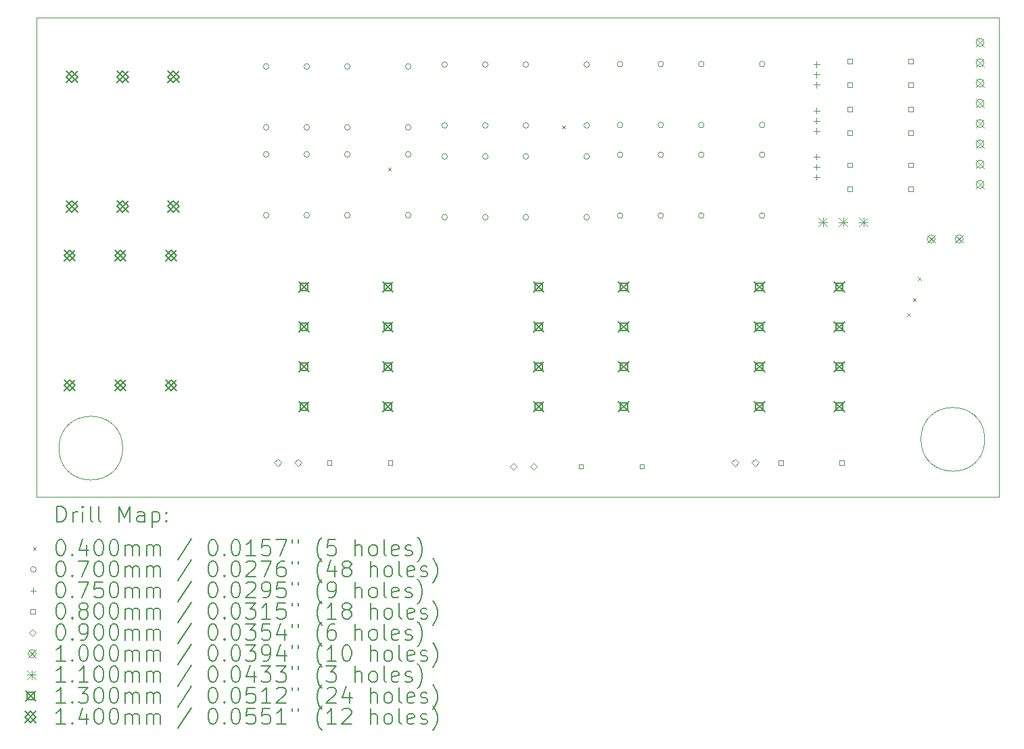
<source format=gbr>
%TF.GenerationSoftware,KiCad,Pcbnew,7.0.9*%
%TF.CreationDate,2024-06-30T00:12:14-04:00*%
%TF.ProjectId,Loop Board 3 Jackless Output,4c6f6f70-2042-46f6-9172-642033204a61,rev?*%
%TF.SameCoordinates,Original*%
%TF.FileFunction,Drillmap*%
%TF.FilePolarity,Positive*%
%FSLAX45Y45*%
G04 Gerber Fmt 4.5, Leading zero omitted, Abs format (unit mm)*
G04 Created by KiCad (PCBNEW 7.0.9) date 2024-06-30 00:12:14*
%MOMM*%
%LPD*%
G01*
G04 APERTURE LIST*
%ADD10C,0.100000*%
%ADD11C,0.200000*%
%ADD12C,0.110000*%
%ADD13C,0.130000*%
%ADD14C,0.140000*%
G04 APERTURE END LIST*
D10*
X13179249Y-9190000D02*
G75*
G03*
X13179249Y-9190000I-399249J0D01*
G01*
X23969249Y-9080000D02*
G75*
G03*
X23969249Y-9080000I-399249J0D01*
G01*
X12100000Y-3800000D02*
X24150000Y-3800000D01*
X24150000Y-9800000D01*
X12100000Y-9800000D01*
X12100000Y-3800000D01*
D11*
D10*
X16500000Y-5680000D02*
X16540000Y-5720000D01*
X16540000Y-5680000D02*
X16500000Y-5720000D01*
X18680000Y-5150000D02*
X18720000Y-5190000D01*
X18720000Y-5150000D02*
X18680000Y-5190000D01*
X23000000Y-7500000D02*
X23040000Y-7540000D01*
X23040000Y-7500000D02*
X23000000Y-7540000D01*
X23070000Y-7310000D02*
X23110000Y-7350000D01*
X23110000Y-7310000D02*
X23070000Y-7350000D01*
X23132450Y-7050000D02*
X23172450Y-7090000D01*
X23172450Y-7050000D02*
X23132450Y-7090000D01*
X15009000Y-4410000D02*
G75*
G03*
X15009000Y-4410000I-35000J0D01*
G01*
X15009000Y-5172000D02*
G75*
G03*
X15009000Y-5172000I-35000J0D01*
G01*
X15009000Y-5510000D02*
G75*
G03*
X15009000Y-5510000I-35000J0D01*
G01*
X15009000Y-6272000D02*
G75*
G03*
X15009000Y-6272000I-35000J0D01*
G01*
X15517000Y-4410000D02*
G75*
G03*
X15517000Y-4410000I-35000J0D01*
G01*
X15517000Y-5172000D02*
G75*
G03*
X15517000Y-5172000I-35000J0D01*
G01*
X15517000Y-5510000D02*
G75*
G03*
X15517000Y-5510000I-35000J0D01*
G01*
X15517000Y-6272000D02*
G75*
G03*
X15517000Y-6272000I-35000J0D01*
G01*
X16025000Y-4410000D02*
G75*
G03*
X16025000Y-4410000I-35000J0D01*
G01*
X16025000Y-5172000D02*
G75*
G03*
X16025000Y-5172000I-35000J0D01*
G01*
X16025000Y-5510000D02*
G75*
G03*
X16025000Y-5510000I-35000J0D01*
G01*
X16025000Y-6272000D02*
G75*
G03*
X16025000Y-6272000I-35000J0D01*
G01*
X16787000Y-4410000D02*
G75*
G03*
X16787000Y-4410000I-35000J0D01*
G01*
X16787000Y-5172000D02*
G75*
G03*
X16787000Y-5172000I-35000J0D01*
G01*
X16787000Y-5510000D02*
G75*
G03*
X16787000Y-5510000I-35000J0D01*
G01*
X16787000Y-6272000D02*
G75*
G03*
X16787000Y-6272000I-35000J0D01*
G01*
X17244750Y-4386250D02*
G75*
G03*
X17244750Y-4386250I-35000J0D01*
G01*
X17244750Y-5148250D02*
G75*
G03*
X17244750Y-5148250I-35000J0D01*
G01*
X17244750Y-5536250D02*
G75*
G03*
X17244750Y-5536250I-35000J0D01*
G01*
X17244750Y-6298250D02*
G75*
G03*
X17244750Y-6298250I-35000J0D01*
G01*
X17752750Y-4386250D02*
G75*
G03*
X17752750Y-4386250I-35000J0D01*
G01*
X17752750Y-5148250D02*
G75*
G03*
X17752750Y-5148250I-35000J0D01*
G01*
X17752750Y-5536250D02*
G75*
G03*
X17752750Y-5536250I-35000J0D01*
G01*
X17752750Y-6298250D02*
G75*
G03*
X17752750Y-6298250I-35000J0D01*
G01*
X18260750Y-4386250D02*
G75*
G03*
X18260750Y-4386250I-35000J0D01*
G01*
X18260750Y-5148250D02*
G75*
G03*
X18260750Y-5148250I-35000J0D01*
G01*
X18260750Y-5536250D02*
G75*
G03*
X18260750Y-5536250I-35000J0D01*
G01*
X18260750Y-6298250D02*
G75*
G03*
X18260750Y-6298250I-35000J0D01*
G01*
X19022750Y-4386250D02*
G75*
G03*
X19022750Y-4386250I-35000J0D01*
G01*
X19022750Y-5148250D02*
G75*
G03*
X19022750Y-5148250I-35000J0D01*
G01*
X19022750Y-5536250D02*
G75*
G03*
X19022750Y-5536250I-35000J0D01*
G01*
X19022750Y-6298250D02*
G75*
G03*
X19022750Y-6298250I-35000J0D01*
G01*
X19441000Y-4380000D02*
G75*
G03*
X19441000Y-4380000I-35000J0D01*
G01*
X19441000Y-5142000D02*
G75*
G03*
X19441000Y-5142000I-35000J0D01*
G01*
X19441000Y-5515750D02*
G75*
G03*
X19441000Y-5515750I-35000J0D01*
G01*
X19441000Y-6277750D02*
G75*
G03*
X19441000Y-6277750I-35000J0D01*
G01*
X19949000Y-4380000D02*
G75*
G03*
X19949000Y-4380000I-35000J0D01*
G01*
X19949000Y-5142000D02*
G75*
G03*
X19949000Y-5142000I-35000J0D01*
G01*
X19949000Y-5515750D02*
G75*
G03*
X19949000Y-5515750I-35000J0D01*
G01*
X19949000Y-6277750D02*
G75*
G03*
X19949000Y-6277750I-35000J0D01*
G01*
X20457000Y-4380000D02*
G75*
G03*
X20457000Y-4380000I-35000J0D01*
G01*
X20457000Y-5142000D02*
G75*
G03*
X20457000Y-5142000I-35000J0D01*
G01*
X20457000Y-5515750D02*
G75*
G03*
X20457000Y-5515750I-35000J0D01*
G01*
X20457000Y-6277750D02*
G75*
G03*
X20457000Y-6277750I-35000J0D01*
G01*
X21219000Y-4380000D02*
G75*
G03*
X21219000Y-4380000I-35000J0D01*
G01*
X21219000Y-5142000D02*
G75*
G03*
X21219000Y-5142000I-35000J0D01*
G01*
X21219000Y-5515750D02*
G75*
G03*
X21219000Y-5515750I-35000J0D01*
G01*
X21219000Y-6277750D02*
G75*
G03*
X21219000Y-6277750I-35000J0D01*
G01*
X21864000Y-4346500D02*
X21864000Y-4421500D01*
X21826500Y-4384000D02*
X21901500Y-4384000D01*
X21864000Y-4473500D02*
X21864000Y-4548500D01*
X21826500Y-4511000D02*
X21901500Y-4511000D01*
X21864000Y-4600500D02*
X21864000Y-4675500D01*
X21826500Y-4638000D02*
X21901500Y-4638000D01*
X21864000Y-4925500D02*
X21864000Y-5000500D01*
X21826500Y-4963000D02*
X21901500Y-4963000D01*
X21864000Y-5052500D02*
X21864000Y-5127500D01*
X21826500Y-5090000D02*
X21901500Y-5090000D01*
X21864000Y-5179500D02*
X21864000Y-5254500D01*
X21826500Y-5217000D02*
X21901500Y-5217000D01*
X21864000Y-5504500D02*
X21864000Y-5579500D01*
X21826500Y-5542000D02*
X21901500Y-5542000D01*
X21864000Y-5631500D02*
X21864000Y-5706500D01*
X21826500Y-5669000D02*
X21901500Y-5669000D01*
X21864000Y-5758500D02*
X21864000Y-5833500D01*
X21826500Y-5796000D02*
X21901500Y-5796000D01*
X15793534Y-9398285D02*
X15793534Y-9341716D01*
X15736965Y-9341716D01*
X15736965Y-9398285D01*
X15793534Y-9398285D01*
X16555534Y-9398285D02*
X16555534Y-9341716D01*
X16498965Y-9341716D01*
X16498965Y-9398285D01*
X16555534Y-9398285D01*
X18943535Y-9448285D02*
X18943535Y-9391716D01*
X18886966Y-9391716D01*
X18886966Y-9448285D01*
X18943535Y-9448285D01*
X19705535Y-9448285D02*
X19705535Y-9391716D01*
X19648966Y-9391716D01*
X19648966Y-9448285D01*
X19705535Y-9448285D01*
X21443535Y-9398285D02*
X21443535Y-9341716D01*
X21386966Y-9341716D01*
X21386966Y-9398285D01*
X21443535Y-9398285D01*
X22205535Y-9398285D02*
X22205535Y-9341716D01*
X22148966Y-9341716D01*
X22148966Y-9398285D01*
X22205535Y-9398285D01*
X22311285Y-4370285D02*
X22311285Y-4313716D01*
X22254716Y-4313716D01*
X22254716Y-4370285D01*
X22311285Y-4370285D01*
X22311285Y-4670285D02*
X22311285Y-4613716D01*
X22254716Y-4613716D01*
X22254716Y-4670285D01*
X22311285Y-4670285D01*
X22311285Y-4970285D02*
X22311285Y-4913716D01*
X22254716Y-4913716D01*
X22254716Y-4970285D01*
X22311285Y-4970285D01*
X22311285Y-5270285D02*
X22311285Y-5213716D01*
X22254716Y-5213716D01*
X22254716Y-5270285D01*
X22311285Y-5270285D01*
X22311285Y-5670284D02*
X22311285Y-5613715D01*
X22254716Y-5613715D01*
X22254716Y-5670284D01*
X22311285Y-5670284D01*
X22311285Y-5970284D02*
X22311285Y-5913715D01*
X22254716Y-5913715D01*
X22254716Y-5970284D01*
X22311285Y-5970284D01*
X23073284Y-4370285D02*
X23073284Y-4313716D01*
X23016715Y-4313716D01*
X23016715Y-4370285D01*
X23073284Y-4370285D01*
X23073284Y-4670285D02*
X23073284Y-4613716D01*
X23016715Y-4613716D01*
X23016715Y-4670285D01*
X23073284Y-4670285D01*
X23073284Y-4970285D02*
X23073284Y-4913716D01*
X23016715Y-4913716D01*
X23016715Y-4970285D01*
X23073284Y-4970285D01*
X23073284Y-5270285D02*
X23073284Y-5213716D01*
X23016715Y-5213716D01*
X23016715Y-5270285D01*
X23073284Y-5270285D01*
X23073284Y-5670284D02*
X23073284Y-5613715D01*
X23016715Y-5613715D01*
X23016715Y-5670284D01*
X23073284Y-5670284D01*
X23073284Y-5970284D02*
X23073284Y-5913715D01*
X23016715Y-5913715D01*
X23016715Y-5970284D01*
X23073284Y-5970284D01*
X15118750Y-9415000D02*
X15163750Y-9370000D01*
X15118750Y-9325000D01*
X15073750Y-9370000D01*
X15118750Y-9415000D01*
X15372750Y-9415000D02*
X15417750Y-9370000D01*
X15372750Y-9325000D01*
X15327750Y-9370000D01*
X15372750Y-9415000D01*
X18068750Y-9465000D02*
X18113750Y-9420000D01*
X18068750Y-9375000D01*
X18023750Y-9420000D01*
X18068750Y-9465000D01*
X18322750Y-9465000D02*
X18367750Y-9420000D01*
X18322750Y-9375000D01*
X18277750Y-9420000D01*
X18322750Y-9465000D01*
X20842250Y-9415000D02*
X20887250Y-9370000D01*
X20842250Y-9325000D01*
X20797250Y-9370000D01*
X20842250Y-9415000D01*
X21096250Y-9415000D02*
X21141250Y-9370000D01*
X21096250Y-9325000D01*
X21051250Y-9370000D01*
X21096250Y-9415000D01*
X23250000Y-6520000D02*
X23350000Y-6620000D01*
X23350000Y-6520000D02*
X23250000Y-6620000D01*
X23350000Y-6570000D02*
G75*
G03*
X23350000Y-6570000I-50000J0D01*
G01*
X23600000Y-6520000D02*
X23700000Y-6620000D01*
X23700000Y-6520000D02*
X23600000Y-6620000D01*
X23700000Y-6570000D02*
G75*
G03*
X23700000Y-6570000I-50000J0D01*
G01*
X23860000Y-4058000D02*
X23960000Y-4158000D01*
X23960000Y-4058000D02*
X23860000Y-4158000D01*
X23960000Y-4108000D02*
G75*
G03*
X23960000Y-4108000I-50000J0D01*
G01*
X23860000Y-4312000D02*
X23960000Y-4412000D01*
X23960000Y-4312000D02*
X23860000Y-4412000D01*
X23960000Y-4362000D02*
G75*
G03*
X23960000Y-4362000I-50000J0D01*
G01*
X23860000Y-4566000D02*
X23960000Y-4666000D01*
X23960000Y-4566000D02*
X23860000Y-4666000D01*
X23960000Y-4616000D02*
G75*
G03*
X23960000Y-4616000I-50000J0D01*
G01*
X23860000Y-4820000D02*
X23960000Y-4920000D01*
X23960000Y-4820000D02*
X23860000Y-4920000D01*
X23960000Y-4870000D02*
G75*
G03*
X23960000Y-4870000I-50000J0D01*
G01*
X23860000Y-5074000D02*
X23960000Y-5174000D01*
X23960000Y-5074000D02*
X23860000Y-5174000D01*
X23960000Y-5124000D02*
G75*
G03*
X23960000Y-5124000I-50000J0D01*
G01*
X23860000Y-5328000D02*
X23960000Y-5428000D01*
X23960000Y-5328000D02*
X23860000Y-5428000D01*
X23960000Y-5378000D02*
G75*
G03*
X23960000Y-5378000I-50000J0D01*
G01*
X23860000Y-5582000D02*
X23960000Y-5682000D01*
X23960000Y-5582000D02*
X23860000Y-5682000D01*
X23960000Y-5632000D02*
G75*
G03*
X23960000Y-5632000I-50000J0D01*
G01*
X23860000Y-5836000D02*
X23960000Y-5936000D01*
X23960000Y-5836000D02*
X23860000Y-5936000D01*
X23960000Y-5886000D02*
G75*
G03*
X23960000Y-5886000I-50000J0D01*
G01*
D12*
X21891000Y-6305000D02*
X22001000Y-6415000D01*
X22001000Y-6305000D02*
X21891000Y-6415000D01*
X21946000Y-6305000D02*
X21946000Y-6415000D01*
X21891000Y-6360000D02*
X22001000Y-6360000D01*
X22145000Y-6305000D02*
X22255000Y-6415000D01*
X22255000Y-6305000D02*
X22145000Y-6415000D01*
X22200000Y-6305000D02*
X22200000Y-6415000D01*
X22145000Y-6360000D02*
X22255000Y-6360000D01*
X22399000Y-6305000D02*
X22509000Y-6415000D01*
X22509000Y-6305000D02*
X22399000Y-6415000D01*
X22454000Y-6305000D02*
X22454000Y-6415000D01*
X22399000Y-6360000D02*
X22509000Y-6360000D01*
D13*
X15385000Y-7105000D02*
X15515000Y-7235000D01*
X15515000Y-7105000D02*
X15385000Y-7235000D01*
X15495962Y-7215962D02*
X15495962Y-7124038D01*
X15404038Y-7124038D01*
X15404038Y-7215962D01*
X15495962Y-7215962D01*
X15385000Y-7605000D02*
X15515000Y-7735000D01*
X15515000Y-7605000D02*
X15385000Y-7735000D01*
X15495962Y-7715962D02*
X15495962Y-7624038D01*
X15404038Y-7624038D01*
X15404038Y-7715962D01*
X15495962Y-7715962D01*
X15385000Y-8105000D02*
X15515000Y-8235000D01*
X15515000Y-8105000D02*
X15385000Y-8235000D01*
X15495962Y-8215962D02*
X15495962Y-8124038D01*
X15404038Y-8124038D01*
X15404038Y-8215962D01*
X15495962Y-8215962D01*
X15385000Y-8605000D02*
X15515000Y-8735000D01*
X15515000Y-8605000D02*
X15385000Y-8735000D01*
X15495962Y-8715962D02*
X15495962Y-8624038D01*
X15404038Y-8624038D01*
X15404038Y-8715962D01*
X15495962Y-8715962D01*
X16435000Y-7105000D02*
X16565000Y-7235000D01*
X16565000Y-7105000D02*
X16435000Y-7235000D01*
X16545962Y-7215962D02*
X16545962Y-7124038D01*
X16454038Y-7124038D01*
X16454038Y-7215962D01*
X16545962Y-7215962D01*
X16435000Y-7605000D02*
X16565000Y-7735000D01*
X16565000Y-7605000D02*
X16435000Y-7735000D01*
X16545962Y-7715962D02*
X16545962Y-7624038D01*
X16454038Y-7624038D01*
X16454038Y-7715962D01*
X16545962Y-7715962D01*
X16435000Y-8105000D02*
X16565000Y-8235000D01*
X16565000Y-8105000D02*
X16435000Y-8235000D01*
X16545962Y-8215962D02*
X16545962Y-8124038D01*
X16454038Y-8124038D01*
X16454038Y-8215962D01*
X16545962Y-8215962D01*
X16435000Y-8605000D02*
X16565000Y-8735000D01*
X16565000Y-8605000D02*
X16435000Y-8735000D01*
X16545962Y-8715962D02*
X16545962Y-8624038D01*
X16454038Y-8624038D01*
X16454038Y-8715962D01*
X16545962Y-8715962D01*
X18321250Y-7105000D02*
X18451250Y-7235000D01*
X18451250Y-7105000D02*
X18321250Y-7235000D01*
X18432212Y-7215962D02*
X18432212Y-7124038D01*
X18340288Y-7124038D01*
X18340288Y-7215962D01*
X18432212Y-7215962D01*
X18321250Y-7605000D02*
X18451250Y-7735000D01*
X18451250Y-7605000D02*
X18321250Y-7735000D01*
X18432212Y-7715962D02*
X18432212Y-7624038D01*
X18340288Y-7624038D01*
X18340288Y-7715962D01*
X18432212Y-7715962D01*
X18321250Y-8105000D02*
X18451250Y-8235000D01*
X18451250Y-8105000D02*
X18321250Y-8235000D01*
X18432212Y-8215962D02*
X18432212Y-8124038D01*
X18340288Y-8124038D01*
X18340288Y-8215962D01*
X18432212Y-8215962D01*
X18321250Y-8605000D02*
X18451250Y-8735000D01*
X18451250Y-8605000D02*
X18321250Y-8735000D01*
X18432212Y-8715962D02*
X18432212Y-8624038D01*
X18340288Y-8624038D01*
X18340288Y-8715962D01*
X18432212Y-8715962D01*
X19385000Y-7105000D02*
X19515000Y-7235000D01*
X19515000Y-7105000D02*
X19385000Y-7235000D01*
X19495962Y-7215962D02*
X19495962Y-7124038D01*
X19404038Y-7124038D01*
X19404038Y-7215962D01*
X19495962Y-7215962D01*
X19385000Y-7605000D02*
X19515000Y-7735000D01*
X19515000Y-7605000D02*
X19385000Y-7735000D01*
X19495962Y-7715962D02*
X19495962Y-7624038D01*
X19404038Y-7624038D01*
X19404038Y-7715962D01*
X19495962Y-7715962D01*
X19385000Y-8105000D02*
X19515000Y-8235000D01*
X19515000Y-8105000D02*
X19385000Y-8235000D01*
X19495962Y-8215962D02*
X19495962Y-8124038D01*
X19404038Y-8124038D01*
X19404038Y-8215962D01*
X19495962Y-8215962D01*
X19385000Y-8605000D02*
X19515000Y-8735000D01*
X19515000Y-8605000D02*
X19385000Y-8735000D01*
X19495962Y-8715962D02*
X19495962Y-8624038D01*
X19404038Y-8624038D01*
X19404038Y-8715962D01*
X19495962Y-8715962D01*
X21085000Y-7105000D02*
X21215000Y-7235000D01*
X21215000Y-7105000D02*
X21085000Y-7235000D01*
X21195962Y-7215962D02*
X21195962Y-7124038D01*
X21104038Y-7124038D01*
X21104038Y-7215962D01*
X21195962Y-7215962D01*
X21085000Y-7605000D02*
X21215000Y-7735000D01*
X21215000Y-7605000D02*
X21085000Y-7735000D01*
X21195962Y-7715962D02*
X21195962Y-7624038D01*
X21104038Y-7624038D01*
X21104038Y-7715962D01*
X21195962Y-7715962D01*
X21085000Y-8105000D02*
X21215000Y-8235000D01*
X21215000Y-8105000D02*
X21085000Y-8235000D01*
X21195962Y-8215962D02*
X21195962Y-8124038D01*
X21104038Y-8124038D01*
X21104038Y-8215962D01*
X21195962Y-8215962D01*
X21085000Y-8605000D02*
X21215000Y-8735000D01*
X21215000Y-8605000D02*
X21085000Y-8735000D01*
X21195962Y-8715962D02*
X21195962Y-8624038D01*
X21104038Y-8624038D01*
X21104038Y-8715962D01*
X21195962Y-8715962D01*
X22085000Y-7105000D02*
X22215000Y-7235000D01*
X22215000Y-7105000D02*
X22085000Y-7235000D01*
X22195962Y-7215962D02*
X22195962Y-7124038D01*
X22104038Y-7124038D01*
X22104038Y-7215962D01*
X22195962Y-7215962D01*
X22085000Y-7605000D02*
X22215000Y-7735000D01*
X22215000Y-7605000D02*
X22085000Y-7735000D01*
X22195962Y-7715962D02*
X22195962Y-7624038D01*
X22104038Y-7624038D01*
X22104038Y-7715962D01*
X22195962Y-7715962D01*
X22085000Y-8105000D02*
X22215000Y-8235000D01*
X22215000Y-8105000D02*
X22085000Y-8235000D01*
X22195962Y-8215962D02*
X22195962Y-8124038D01*
X22104038Y-8124038D01*
X22104038Y-8215962D01*
X22195962Y-8215962D01*
X22085000Y-8605000D02*
X22215000Y-8735000D01*
X22215000Y-8605000D02*
X22085000Y-8735000D01*
X22195962Y-8715962D02*
X22195962Y-8624038D01*
X22104038Y-8624038D01*
X22104038Y-8715962D01*
X22195962Y-8715962D01*
D14*
X12443500Y-6708500D02*
X12583500Y-6848500D01*
X12583500Y-6708500D02*
X12443500Y-6848500D01*
X12513500Y-6848500D02*
X12583500Y-6778500D01*
X12513500Y-6708500D01*
X12443500Y-6778500D01*
X12513500Y-6848500D01*
X12443500Y-8331500D02*
X12583500Y-8471500D01*
X12583500Y-8331500D02*
X12443500Y-8471500D01*
X12513500Y-8471500D02*
X12583500Y-8401500D01*
X12513500Y-8331500D01*
X12443500Y-8401500D01*
X12513500Y-8471500D01*
X12473500Y-4468500D02*
X12613500Y-4608500D01*
X12613500Y-4468500D02*
X12473500Y-4608500D01*
X12543500Y-4608500D02*
X12613500Y-4538500D01*
X12543500Y-4468500D01*
X12473500Y-4538500D01*
X12543500Y-4608500D01*
X12473500Y-6091500D02*
X12613500Y-6231500D01*
X12613500Y-6091500D02*
X12473500Y-6231500D01*
X12543500Y-6231500D02*
X12613500Y-6161500D01*
X12543500Y-6091500D01*
X12473500Y-6161500D01*
X12543500Y-6231500D01*
X13078500Y-6708500D02*
X13218500Y-6848500D01*
X13218500Y-6708500D02*
X13078500Y-6848500D01*
X13148500Y-6848500D02*
X13218500Y-6778500D01*
X13148500Y-6708500D01*
X13078500Y-6778500D01*
X13148500Y-6848500D01*
X13078500Y-8331500D02*
X13218500Y-8471500D01*
X13218500Y-8331500D02*
X13078500Y-8471500D01*
X13148500Y-8471500D02*
X13218500Y-8401500D01*
X13148500Y-8331500D01*
X13078500Y-8401500D01*
X13148500Y-8471500D01*
X13108500Y-4468500D02*
X13248500Y-4608500D01*
X13248500Y-4468500D02*
X13108500Y-4608500D01*
X13178500Y-4608500D02*
X13248500Y-4538500D01*
X13178500Y-4468500D01*
X13108500Y-4538500D01*
X13178500Y-4608500D01*
X13108500Y-6091500D02*
X13248500Y-6231500D01*
X13248500Y-6091500D02*
X13108500Y-6231500D01*
X13178500Y-6231500D02*
X13248500Y-6161500D01*
X13178500Y-6091500D01*
X13108500Y-6161500D01*
X13178500Y-6231500D01*
X13713500Y-6708500D02*
X13853500Y-6848500D01*
X13853500Y-6708500D02*
X13713500Y-6848500D01*
X13783500Y-6848500D02*
X13853500Y-6778500D01*
X13783500Y-6708500D01*
X13713500Y-6778500D01*
X13783500Y-6848500D01*
X13713500Y-8331500D02*
X13853500Y-8471500D01*
X13853500Y-8331500D02*
X13713500Y-8471500D01*
X13783500Y-8471500D02*
X13853500Y-8401500D01*
X13783500Y-8331500D01*
X13713500Y-8401500D01*
X13783500Y-8471500D01*
X13743500Y-4468500D02*
X13883500Y-4608500D01*
X13883500Y-4468500D02*
X13743500Y-4608500D01*
X13813500Y-4608500D02*
X13883500Y-4538500D01*
X13813500Y-4468500D01*
X13743500Y-4538500D01*
X13813500Y-4608500D01*
X13743500Y-6091500D02*
X13883500Y-6231500D01*
X13883500Y-6091500D02*
X13743500Y-6231500D01*
X13813500Y-6231500D02*
X13883500Y-6161500D01*
X13813500Y-6091500D01*
X13743500Y-6161500D01*
X13813500Y-6231500D01*
D11*
X12355777Y-10116484D02*
X12355777Y-9916484D01*
X12355777Y-9916484D02*
X12403396Y-9916484D01*
X12403396Y-9916484D02*
X12431967Y-9926008D01*
X12431967Y-9926008D02*
X12451015Y-9945055D01*
X12451015Y-9945055D02*
X12460539Y-9964103D01*
X12460539Y-9964103D02*
X12470062Y-10002198D01*
X12470062Y-10002198D02*
X12470062Y-10030770D01*
X12470062Y-10030770D02*
X12460539Y-10068865D01*
X12460539Y-10068865D02*
X12451015Y-10087912D01*
X12451015Y-10087912D02*
X12431967Y-10106960D01*
X12431967Y-10106960D02*
X12403396Y-10116484D01*
X12403396Y-10116484D02*
X12355777Y-10116484D01*
X12555777Y-10116484D02*
X12555777Y-9983150D01*
X12555777Y-10021246D02*
X12565301Y-10002198D01*
X12565301Y-10002198D02*
X12574824Y-9992674D01*
X12574824Y-9992674D02*
X12593872Y-9983150D01*
X12593872Y-9983150D02*
X12612920Y-9983150D01*
X12679586Y-10116484D02*
X12679586Y-9983150D01*
X12679586Y-9916484D02*
X12670062Y-9926008D01*
X12670062Y-9926008D02*
X12679586Y-9935531D01*
X12679586Y-9935531D02*
X12689110Y-9926008D01*
X12689110Y-9926008D02*
X12679586Y-9916484D01*
X12679586Y-9916484D02*
X12679586Y-9935531D01*
X12803396Y-10116484D02*
X12784348Y-10106960D01*
X12784348Y-10106960D02*
X12774824Y-10087912D01*
X12774824Y-10087912D02*
X12774824Y-9916484D01*
X12908158Y-10116484D02*
X12889110Y-10106960D01*
X12889110Y-10106960D02*
X12879586Y-10087912D01*
X12879586Y-10087912D02*
X12879586Y-9916484D01*
X13136729Y-10116484D02*
X13136729Y-9916484D01*
X13136729Y-9916484D02*
X13203396Y-10059341D01*
X13203396Y-10059341D02*
X13270062Y-9916484D01*
X13270062Y-9916484D02*
X13270062Y-10116484D01*
X13451015Y-10116484D02*
X13451015Y-10011722D01*
X13451015Y-10011722D02*
X13441491Y-9992674D01*
X13441491Y-9992674D02*
X13422443Y-9983150D01*
X13422443Y-9983150D02*
X13384348Y-9983150D01*
X13384348Y-9983150D02*
X13365301Y-9992674D01*
X13451015Y-10106960D02*
X13431967Y-10116484D01*
X13431967Y-10116484D02*
X13384348Y-10116484D01*
X13384348Y-10116484D02*
X13365301Y-10106960D01*
X13365301Y-10106960D02*
X13355777Y-10087912D01*
X13355777Y-10087912D02*
X13355777Y-10068865D01*
X13355777Y-10068865D02*
X13365301Y-10049817D01*
X13365301Y-10049817D02*
X13384348Y-10040293D01*
X13384348Y-10040293D02*
X13431967Y-10040293D01*
X13431967Y-10040293D02*
X13451015Y-10030770D01*
X13546253Y-9983150D02*
X13546253Y-10183150D01*
X13546253Y-9992674D02*
X13565301Y-9983150D01*
X13565301Y-9983150D02*
X13603396Y-9983150D01*
X13603396Y-9983150D02*
X13622443Y-9992674D01*
X13622443Y-9992674D02*
X13631967Y-10002198D01*
X13631967Y-10002198D02*
X13641491Y-10021246D01*
X13641491Y-10021246D02*
X13641491Y-10078389D01*
X13641491Y-10078389D02*
X13631967Y-10097436D01*
X13631967Y-10097436D02*
X13622443Y-10106960D01*
X13622443Y-10106960D02*
X13603396Y-10116484D01*
X13603396Y-10116484D02*
X13565301Y-10116484D01*
X13565301Y-10116484D02*
X13546253Y-10106960D01*
X13727205Y-10097436D02*
X13736729Y-10106960D01*
X13736729Y-10106960D02*
X13727205Y-10116484D01*
X13727205Y-10116484D02*
X13717682Y-10106960D01*
X13717682Y-10106960D02*
X13727205Y-10097436D01*
X13727205Y-10097436D02*
X13727205Y-10116484D01*
X13727205Y-9992674D02*
X13736729Y-10002198D01*
X13736729Y-10002198D02*
X13727205Y-10011722D01*
X13727205Y-10011722D02*
X13717682Y-10002198D01*
X13717682Y-10002198D02*
X13727205Y-9992674D01*
X13727205Y-9992674D02*
X13727205Y-10011722D01*
D10*
X12055000Y-10425000D02*
X12095000Y-10465000D01*
X12095000Y-10425000D02*
X12055000Y-10465000D01*
D11*
X12393872Y-10336484D02*
X12412920Y-10336484D01*
X12412920Y-10336484D02*
X12431967Y-10346008D01*
X12431967Y-10346008D02*
X12441491Y-10355531D01*
X12441491Y-10355531D02*
X12451015Y-10374579D01*
X12451015Y-10374579D02*
X12460539Y-10412674D01*
X12460539Y-10412674D02*
X12460539Y-10460293D01*
X12460539Y-10460293D02*
X12451015Y-10498389D01*
X12451015Y-10498389D02*
X12441491Y-10517436D01*
X12441491Y-10517436D02*
X12431967Y-10526960D01*
X12431967Y-10526960D02*
X12412920Y-10536484D01*
X12412920Y-10536484D02*
X12393872Y-10536484D01*
X12393872Y-10536484D02*
X12374824Y-10526960D01*
X12374824Y-10526960D02*
X12365301Y-10517436D01*
X12365301Y-10517436D02*
X12355777Y-10498389D01*
X12355777Y-10498389D02*
X12346253Y-10460293D01*
X12346253Y-10460293D02*
X12346253Y-10412674D01*
X12346253Y-10412674D02*
X12355777Y-10374579D01*
X12355777Y-10374579D02*
X12365301Y-10355531D01*
X12365301Y-10355531D02*
X12374824Y-10346008D01*
X12374824Y-10346008D02*
X12393872Y-10336484D01*
X12546253Y-10517436D02*
X12555777Y-10526960D01*
X12555777Y-10526960D02*
X12546253Y-10536484D01*
X12546253Y-10536484D02*
X12536729Y-10526960D01*
X12536729Y-10526960D02*
X12546253Y-10517436D01*
X12546253Y-10517436D02*
X12546253Y-10536484D01*
X12727205Y-10403150D02*
X12727205Y-10536484D01*
X12679586Y-10326960D02*
X12631967Y-10469817D01*
X12631967Y-10469817D02*
X12755777Y-10469817D01*
X12870062Y-10336484D02*
X12889110Y-10336484D01*
X12889110Y-10336484D02*
X12908158Y-10346008D01*
X12908158Y-10346008D02*
X12917682Y-10355531D01*
X12917682Y-10355531D02*
X12927205Y-10374579D01*
X12927205Y-10374579D02*
X12936729Y-10412674D01*
X12936729Y-10412674D02*
X12936729Y-10460293D01*
X12936729Y-10460293D02*
X12927205Y-10498389D01*
X12927205Y-10498389D02*
X12917682Y-10517436D01*
X12917682Y-10517436D02*
X12908158Y-10526960D01*
X12908158Y-10526960D02*
X12889110Y-10536484D01*
X12889110Y-10536484D02*
X12870062Y-10536484D01*
X12870062Y-10536484D02*
X12851015Y-10526960D01*
X12851015Y-10526960D02*
X12841491Y-10517436D01*
X12841491Y-10517436D02*
X12831967Y-10498389D01*
X12831967Y-10498389D02*
X12822443Y-10460293D01*
X12822443Y-10460293D02*
X12822443Y-10412674D01*
X12822443Y-10412674D02*
X12831967Y-10374579D01*
X12831967Y-10374579D02*
X12841491Y-10355531D01*
X12841491Y-10355531D02*
X12851015Y-10346008D01*
X12851015Y-10346008D02*
X12870062Y-10336484D01*
X13060539Y-10336484D02*
X13079586Y-10336484D01*
X13079586Y-10336484D02*
X13098634Y-10346008D01*
X13098634Y-10346008D02*
X13108158Y-10355531D01*
X13108158Y-10355531D02*
X13117682Y-10374579D01*
X13117682Y-10374579D02*
X13127205Y-10412674D01*
X13127205Y-10412674D02*
X13127205Y-10460293D01*
X13127205Y-10460293D02*
X13117682Y-10498389D01*
X13117682Y-10498389D02*
X13108158Y-10517436D01*
X13108158Y-10517436D02*
X13098634Y-10526960D01*
X13098634Y-10526960D02*
X13079586Y-10536484D01*
X13079586Y-10536484D02*
X13060539Y-10536484D01*
X13060539Y-10536484D02*
X13041491Y-10526960D01*
X13041491Y-10526960D02*
X13031967Y-10517436D01*
X13031967Y-10517436D02*
X13022443Y-10498389D01*
X13022443Y-10498389D02*
X13012920Y-10460293D01*
X13012920Y-10460293D02*
X13012920Y-10412674D01*
X13012920Y-10412674D02*
X13022443Y-10374579D01*
X13022443Y-10374579D02*
X13031967Y-10355531D01*
X13031967Y-10355531D02*
X13041491Y-10346008D01*
X13041491Y-10346008D02*
X13060539Y-10336484D01*
X13212920Y-10536484D02*
X13212920Y-10403150D01*
X13212920Y-10422198D02*
X13222443Y-10412674D01*
X13222443Y-10412674D02*
X13241491Y-10403150D01*
X13241491Y-10403150D02*
X13270063Y-10403150D01*
X13270063Y-10403150D02*
X13289110Y-10412674D01*
X13289110Y-10412674D02*
X13298634Y-10431722D01*
X13298634Y-10431722D02*
X13298634Y-10536484D01*
X13298634Y-10431722D02*
X13308158Y-10412674D01*
X13308158Y-10412674D02*
X13327205Y-10403150D01*
X13327205Y-10403150D02*
X13355777Y-10403150D01*
X13355777Y-10403150D02*
X13374824Y-10412674D01*
X13374824Y-10412674D02*
X13384348Y-10431722D01*
X13384348Y-10431722D02*
X13384348Y-10536484D01*
X13479586Y-10536484D02*
X13479586Y-10403150D01*
X13479586Y-10422198D02*
X13489110Y-10412674D01*
X13489110Y-10412674D02*
X13508158Y-10403150D01*
X13508158Y-10403150D02*
X13536729Y-10403150D01*
X13536729Y-10403150D02*
X13555777Y-10412674D01*
X13555777Y-10412674D02*
X13565301Y-10431722D01*
X13565301Y-10431722D02*
X13565301Y-10536484D01*
X13565301Y-10431722D02*
X13574824Y-10412674D01*
X13574824Y-10412674D02*
X13593872Y-10403150D01*
X13593872Y-10403150D02*
X13622443Y-10403150D01*
X13622443Y-10403150D02*
X13641491Y-10412674D01*
X13641491Y-10412674D02*
X13651015Y-10431722D01*
X13651015Y-10431722D02*
X13651015Y-10536484D01*
X14041491Y-10326960D02*
X13870063Y-10584103D01*
X14298634Y-10336484D02*
X14317682Y-10336484D01*
X14317682Y-10336484D02*
X14336729Y-10346008D01*
X14336729Y-10346008D02*
X14346253Y-10355531D01*
X14346253Y-10355531D02*
X14355777Y-10374579D01*
X14355777Y-10374579D02*
X14365301Y-10412674D01*
X14365301Y-10412674D02*
X14365301Y-10460293D01*
X14365301Y-10460293D02*
X14355777Y-10498389D01*
X14355777Y-10498389D02*
X14346253Y-10517436D01*
X14346253Y-10517436D02*
X14336729Y-10526960D01*
X14336729Y-10526960D02*
X14317682Y-10536484D01*
X14317682Y-10536484D02*
X14298634Y-10536484D01*
X14298634Y-10536484D02*
X14279586Y-10526960D01*
X14279586Y-10526960D02*
X14270063Y-10517436D01*
X14270063Y-10517436D02*
X14260539Y-10498389D01*
X14260539Y-10498389D02*
X14251015Y-10460293D01*
X14251015Y-10460293D02*
X14251015Y-10412674D01*
X14251015Y-10412674D02*
X14260539Y-10374579D01*
X14260539Y-10374579D02*
X14270063Y-10355531D01*
X14270063Y-10355531D02*
X14279586Y-10346008D01*
X14279586Y-10346008D02*
X14298634Y-10336484D01*
X14451015Y-10517436D02*
X14460539Y-10526960D01*
X14460539Y-10526960D02*
X14451015Y-10536484D01*
X14451015Y-10536484D02*
X14441491Y-10526960D01*
X14441491Y-10526960D02*
X14451015Y-10517436D01*
X14451015Y-10517436D02*
X14451015Y-10536484D01*
X14584348Y-10336484D02*
X14603396Y-10336484D01*
X14603396Y-10336484D02*
X14622444Y-10346008D01*
X14622444Y-10346008D02*
X14631967Y-10355531D01*
X14631967Y-10355531D02*
X14641491Y-10374579D01*
X14641491Y-10374579D02*
X14651015Y-10412674D01*
X14651015Y-10412674D02*
X14651015Y-10460293D01*
X14651015Y-10460293D02*
X14641491Y-10498389D01*
X14641491Y-10498389D02*
X14631967Y-10517436D01*
X14631967Y-10517436D02*
X14622444Y-10526960D01*
X14622444Y-10526960D02*
X14603396Y-10536484D01*
X14603396Y-10536484D02*
X14584348Y-10536484D01*
X14584348Y-10536484D02*
X14565301Y-10526960D01*
X14565301Y-10526960D02*
X14555777Y-10517436D01*
X14555777Y-10517436D02*
X14546253Y-10498389D01*
X14546253Y-10498389D02*
X14536729Y-10460293D01*
X14536729Y-10460293D02*
X14536729Y-10412674D01*
X14536729Y-10412674D02*
X14546253Y-10374579D01*
X14546253Y-10374579D02*
X14555777Y-10355531D01*
X14555777Y-10355531D02*
X14565301Y-10346008D01*
X14565301Y-10346008D02*
X14584348Y-10336484D01*
X14841491Y-10536484D02*
X14727206Y-10536484D01*
X14784348Y-10536484D02*
X14784348Y-10336484D01*
X14784348Y-10336484D02*
X14765301Y-10365055D01*
X14765301Y-10365055D02*
X14746253Y-10384103D01*
X14746253Y-10384103D02*
X14727206Y-10393627D01*
X15022444Y-10336484D02*
X14927206Y-10336484D01*
X14927206Y-10336484D02*
X14917682Y-10431722D01*
X14917682Y-10431722D02*
X14927206Y-10422198D01*
X14927206Y-10422198D02*
X14946253Y-10412674D01*
X14946253Y-10412674D02*
X14993872Y-10412674D01*
X14993872Y-10412674D02*
X15012920Y-10422198D01*
X15012920Y-10422198D02*
X15022444Y-10431722D01*
X15022444Y-10431722D02*
X15031967Y-10450770D01*
X15031967Y-10450770D02*
X15031967Y-10498389D01*
X15031967Y-10498389D02*
X15022444Y-10517436D01*
X15022444Y-10517436D02*
X15012920Y-10526960D01*
X15012920Y-10526960D02*
X14993872Y-10536484D01*
X14993872Y-10536484D02*
X14946253Y-10536484D01*
X14946253Y-10536484D02*
X14927206Y-10526960D01*
X14927206Y-10526960D02*
X14917682Y-10517436D01*
X15098634Y-10336484D02*
X15231967Y-10336484D01*
X15231967Y-10336484D02*
X15146253Y-10536484D01*
X15298634Y-10336484D02*
X15298634Y-10374579D01*
X15374825Y-10336484D02*
X15374825Y-10374579D01*
X15670063Y-10612674D02*
X15660539Y-10603150D01*
X15660539Y-10603150D02*
X15641491Y-10574579D01*
X15641491Y-10574579D02*
X15631968Y-10555531D01*
X15631968Y-10555531D02*
X15622444Y-10526960D01*
X15622444Y-10526960D02*
X15612920Y-10479341D01*
X15612920Y-10479341D02*
X15612920Y-10441246D01*
X15612920Y-10441246D02*
X15622444Y-10393627D01*
X15622444Y-10393627D02*
X15631968Y-10365055D01*
X15631968Y-10365055D02*
X15641491Y-10346008D01*
X15641491Y-10346008D02*
X15660539Y-10317436D01*
X15660539Y-10317436D02*
X15670063Y-10307912D01*
X15841491Y-10336484D02*
X15746253Y-10336484D01*
X15746253Y-10336484D02*
X15736729Y-10431722D01*
X15736729Y-10431722D02*
X15746253Y-10422198D01*
X15746253Y-10422198D02*
X15765301Y-10412674D01*
X15765301Y-10412674D02*
X15812920Y-10412674D01*
X15812920Y-10412674D02*
X15831968Y-10422198D01*
X15831968Y-10422198D02*
X15841491Y-10431722D01*
X15841491Y-10431722D02*
X15851015Y-10450770D01*
X15851015Y-10450770D02*
X15851015Y-10498389D01*
X15851015Y-10498389D02*
X15841491Y-10517436D01*
X15841491Y-10517436D02*
X15831968Y-10526960D01*
X15831968Y-10526960D02*
X15812920Y-10536484D01*
X15812920Y-10536484D02*
X15765301Y-10536484D01*
X15765301Y-10536484D02*
X15746253Y-10526960D01*
X15746253Y-10526960D02*
X15736729Y-10517436D01*
X16089110Y-10536484D02*
X16089110Y-10336484D01*
X16174825Y-10536484D02*
X16174825Y-10431722D01*
X16174825Y-10431722D02*
X16165301Y-10412674D01*
X16165301Y-10412674D02*
X16146253Y-10403150D01*
X16146253Y-10403150D02*
X16117682Y-10403150D01*
X16117682Y-10403150D02*
X16098634Y-10412674D01*
X16098634Y-10412674D02*
X16089110Y-10422198D01*
X16298634Y-10536484D02*
X16279587Y-10526960D01*
X16279587Y-10526960D02*
X16270063Y-10517436D01*
X16270063Y-10517436D02*
X16260539Y-10498389D01*
X16260539Y-10498389D02*
X16260539Y-10441246D01*
X16260539Y-10441246D02*
X16270063Y-10422198D01*
X16270063Y-10422198D02*
X16279587Y-10412674D01*
X16279587Y-10412674D02*
X16298634Y-10403150D01*
X16298634Y-10403150D02*
X16327206Y-10403150D01*
X16327206Y-10403150D02*
X16346253Y-10412674D01*
X16346253Y-10412674D02*
X16355777Y-10422198D01*
X16355777Y-10422198D02*
X16365301Y-10441246D01*
X16365301Y-10441246D02*
X16365301Y-10498389D01*
X16365301Y-10498389D02*
X16355777Y-10517436D01*
X16355777Y-10517436D02*
X16346253Y-10526960D01*
X16346253Y-10526960D02*
X16327206Y-10536484D01*
X16327206Y-10536484D02*
X16298634Y-10536484D01*
X16479587Y-10536484D02*
X16460539Y-10526960D01*
X16460539Y-10526960D02*
X16451015Y-10507912D01*
X16451015Y-10507912D02*
X16451015Y-10336484D01*
X16631968Y-10526960D02*
X16612920Y-10536484D01*
X16612920Y-10536484D02*
X16574825Y-10536484D01*
X16574825Y-10536484D02*
X16555777Y-10526960D01*
X16555777Y-10526960D02*
X16546253Y-10507912D01*
X16546253Y-10507912D02*
X16546253Y-10431722D01*
X16546253Y-10431722D02*
X16555777Y-10412674D01*
X16555777Y-10412674D02*
X16574825Y-10403150D01*
X16574825Y-10403150D02*
X16612920Y-10403150D01*
X16612920Y-10403150D02*
X16631968Y-10412674D01*
X16631968Y-10412674D02*
X16641491Y-10431722D01*
X16641491Y-10431722D02*
X16641491Y-10450770D01*
X16641491Y-10450770D02*
X16546253Y-10469817D01*
X16717682Y-10526960D02*
X16736730Y-10536484D01*
X16736730Y-10536484D02*
X16774825Y-10536484D01*
X16774825Y-10536484D02*
X16793873Y-10526960D01*
X16793873Y-10526960D02*
X16803396Y-10507912D01*
X16803396Y-10507912D02*
X16803396Y-10498389D01*
X16803396Y-10498389D02*
X16793873Y-10479341D01*
X16793873Y-10479341D02*
X16774825Y-10469817D01*
X16774825Y-10469817D02*
X16746253Y-10469817D01*
X16746253Y-10469817D02*
X16727206Y-10460293D01*
X16727206Y-10460293D02*
X16717682Y-10441246D01*
X16717682Y-10441246D02*
X16717682Y-10431722D01*
X16717682Y-10431722D02*
X16727206Y-10412674D01*
X16727206Y-10412674D02*
X16746253Y-10403150D01*
X16746253Y-10403150D02*
X16774825Y-10403150D01*
X16774825Y-10403150D02*
X16793873Y-10412674D01*
X16870063Y-10612674D02*
X16879587Y-10603150D01*
X16879587Y-10603150D02*
X16898634Y-10574579D01*
X16898634Y-10574579D02*
X16908158Y-10555531D01*
X16908158Y-10555531D02*
X16917682Y-10526960D01*
X16917682Y-10526960D02*
X16927206Y-10479341D01*
X16927206Y-10479341D02*
X16927206Y-10441246D01*
X16927206Y-10441246D02*
X16917682Y-10393627D01*
X16917682Y-10393627D02*
X16908158Y-10365055D01*
X16908158Y-10365055D02*
X16898634Y-10346008D01*
X16898634Y-10346008D02*
X16879587Y-10317436D01*
X16879587Y-10317436D02*
X16870063Y-10307912D01*
D10*
X12095000Y-10709000D02*
G75*
G03*
X12095000Y-10709000I-35000J0D01*
G01*
D11*
X12393872Y-10600484D02*
X12412920Y-10600484D01*
X12412920Y-10600484D02*
X12431967Y-10610008D01*
X12431967Y-10610008D02*
X12441491Y-10619531D01*
X12441491Y-10619531D02*
X12451015Y-10638579D01*
X12451015Y-10638579D02*
X12460539Y-10676674D01*
X12460539Y-10676674D02*
X12460539Y-10724293D01*
X12460539Y-10724293D02*
X12451015Y-10762389D01*
X12451015Y-10762389D02*
X12441491Y-10781436D01*
X12441491Y-10781436D02*
X12431967Y-10790960D01*
X12431967Y-10790960D02*
X12412920Y-10800484D01*
X12412920Y-10800484D02*
X12393872Y-10800484D01*
X12393872Y-10800484D02*
X12374824Y-10790960D01*
X12374824Y-10790960D02*
X12365301Y-10781436D01*
X12365301Y-10781436D02*
X12355777Y-10762389D01*
X12355777Y-10762389D02*
X12346253Y-10724293D01*
X12346253Y-10724293D02*
X12346253Y-10676674D01*
X12346253Y-10676674D02*
X12355777Y-10638579D01*
X12355777Y-10638579D02*
X12365301Y-10619531D01*
X12365301Y-10619531D02*
X12374824Y-10610008D01*
X12374824Y-10610008D02*
X12393872Y-10600484D01*
X12546253Y-10781436D02*
X12555777Y-10790960D01*
X12555777Y-10790960D02*
X12546253Y-10800484D01*
X12546253Y-10800484D02*
X12536729Y-10790960D01*
X12536729Y-10790960D02*
X12546253Y-10781436D01*
X12546253Y-10781436D02*
X12546253Y-10800484D01*
X12622443Y-10600484D02*
X12755777Y-10600484D01*
X12755777Y-10600484D02*
X12670062Y-10800484D01*
X12870062Y-10600484D02*
X12889110Y-10600484D01*
X12889110Y-10600484D02*
X12908158Y-10610008D01*
X12908158Y-10610008D02*
X12917682Y-10619531D01*
X12917682Y-10619531D02*
X12927205Y-10638579D01*
X12927205Y-10638579D02*
X12936729Y-10676674D01*
X12936729Y-10676674D02*
X12936729Y-10724293D01*
X12936729Y-10724293D02*
X12927205Y-10762389D01*
X12927205Y-10762389D02*
X12917682Y-10781436D01*
X12917682Y-10781436D02*
X12908158Y-10790960D01*
X12908158Y-10790960D02*
X12889110Y-10800484D01*
X12889110Y-10800484D02*
X12870062Y-10800484D01*
X12870062Y-10800484D02*
X12851015Y-10790960D01*
X12851015Y-10790960D02*
X12841491Y-10781436D01*
X12841491Y-10781436D02*
X12831967Y-10762389D01*
X12831967Y-10762389D02*
X12822443Y-10724293D01*
X12822443Y-10724293D02*
X12822443Y-10676674D01*
X12822443Y-10676674D02*
X12831967Y-10638579D01*
X12831967Y-10638579D02*
X12841491Y-10619531D01*
X12841491Y-10619531D02*
X12851015Y-10610008D01*
X12851015Y-10610008D02*
X12870062Y-10600484D01*
X13060539Y-10600484D02*
X13079586Y-10600484D01*
X13079586Y-10600484D02*
X13098634Y-10610008D01*
X13098634Y-10610008D02*
X13108158Y-10619531D01*
X13108158Y-10619531D02*
X13117682Y-10638579D01*
X13117682Y-10638579D02*
X13127205Y-10676674D01*
X13127205Y-10676674D02*
X13127205Y-10724293D01*
X13127205Y-10724293D02*
X13117682Y-10762389D01*
X13117682Y-10762389D02*
X13108158Y-10781436D01*
X13108158Y-10781436D02*
X13098634Y-10790960D01*
X13098634Y-10790960D02*
X13079586Y-10800484D01*
X13079586Y-10800484D02*
X13060539Y-10800484D01*
X13060539Y-10800484D02*
X13041491Y-10790960D01*
X13041491Y-10790960D02*
X13031967Y-10781436D01*
X13031967Y-10781436D02*
X13022443Y-10762389D01*
X13022443Y-10762389D02*
X13012920Y-10724293D01*
X13012920Y-10724293D02*
X13012920Y-10676674D01*
X13012920Y-10676674D02*
X13022443Y-10638579D01*
X13022443Y-10638579D02*
X13031967Y-10619531D01*
X13031967Y-10619531D02*
X13041491Y-10610008D01*
X13041491Y-10610008D02*
X13060539Y-10600484D01*
X13212920Y-10800484D02*
X13212920Y-10667150D01*
X13212920Y-10686198D02*
X13222443Y-10676674D01*
X13222443Y-10676674D02*
X13241491Y-10667150D01*
X13241491Y-10667150D02*
X13270063Y-10667150D01*
X13270063Y-10667150D02*
X13289110Y-10676674D01*
X13289110Y-10676674D02*
X13298634Y-10695722D01*
X13298634Y-10695722D02*
X13298634Y-10800484D01*
X13298634Y-10695722D02*
X13308158Y-10676674D01*
X13308158Y-10676674D02*
X13327205Y-10667150D01*
X13327205Y-10667150D02*
X13355777Y-10667150D01*
X13355777Y-10667150D02*
X13374824Y-10676674D01*
X13374824Y-10676674D02*
X13384348Y-10695722D01*
X13384348Y-10695722D02*
X13384348Y-10800484D01*
X13479586Y-10800484D02*
X13479586Y-10667150D01*
X13479586Y-10686198D02*
X13489110Y-10676674D01*
X13489110Y-10676674D02*
X13508158Y-10667150D01*
X13508158Y-10667150D02*
X13536729Y-10667150D01*
X13536729Y-10667150D02*
X13555777Y-10676674D01*
X13555777Y-10676674D02*
X13565301Y-10695722D01*
X13565301Y-10695722D02*
X13565301Y-10800484D01*
X13565301Y-10695722D02*
X13574824Y-10676674D01*
X13574824Y-10676674D02*
X13593872Y-10667150D01*
X13593872Y-10667150D02*
X13622443Y-10667150D01*
X13622443Y-10667150D02*
X13641491Y-10676674D01*
X13641491Y-10676674D02*
X13651015Y-10695722D01*
X13651015Y-10695722D02*
X13651015Y-10800484D01*
X14041491Y-10590960D02*
X13870063Y-10848103D01*
X14298634Y-10600484D02*
X14317682Y-10600484D01*
X14317682Y-10600484D02*
X14336729Y-10610008D01*
X14336729Y-10610008D02*
X14346253Y-10619531D01*
X14346253Y-10619531D02*
X14355777Y-10638579D01*
X14355777Y-10638579D02*
X14365301Y-10676674D01*
X14365301Y-10676674D02*
X14365301Y-10724293D01*
X14365301Y-10724293D02*
X14355777Y-10762389D01*
X14355777Y-10762389D02*
X14346253Y-10781436D01*
X14346253Y-10781436D02*
X14336729Y-10790960D01*
X14336729Y-10790960D02*
X14317682Y-10800484D01*
X14317682Y-10800484D02*
X14298634Y-10800484D01*
X14298634Y-10800484D02*
X14279586Y-10790960D01*
X14279586Y-10790960D02*
X14270063Y-10781436D01*
X14270063Y-10781436D02*
X14260539Y-10762389D01*
X14260539Y-10762389D02*
X14251015Y-10724293D01*
X14251015Y-10724293D02*
X14251015Y-10676674D01*
X14251015Y-10676674D02*
X14260539Y-10638579D01*
X14260539Y-10638579D02*
X14270063Y-10619531D01*
X14270063Y-10619531D02*
X14279586Y-10610008D01*
X14279586Y-10610008D02*
X14298634Y-10600484D01*
X14451015Y-10781436D02*
X14460539Y-10790960D01*
X14460539Y-10790960D02*
X14451015Y-10800484D01*
X14451015Y-10800484D02*
X14441491Y-10790960D01*
X14441491Y-10790960D02*
X14451015Y-10781436D01*
X14451015Y-10781436D02*
X14451015Y-10800484D01*
X14584348Y-10600484D02*
X14603396Y-10600484D01*
X14603396Y-10600484D02*
X14622444Y-10610008D01*
X14622444Y-10610008D02*
X14631967Y-10619531D01*
X14631967Y-10619531D02*
X14641491Y-10638579D01*
X14641491Y-10638579D02*
X14651015Y-10676674D01*
X14651015Y-10676674D02*
X14651015Y-10724293D01*
X14651015Y-10724293D02*
X14641491Y-10762389D01*
X14641491Y-10762389D02*
X14631967Y-10781436D01*
X14631967Y-10781436D02*
X14622444Y-10790960D01*
X14622444Y-10790960D02*
X14603396Y-10800484D01*
X14603396Y-10800484D02*
X14584348Y-10800484D01*
X14584348Y-10800484D02*
X14565301Y-10790960D01*
X14565301Y-10790960D02*
X14555777Y-10781436D01*
X14555777Y-10781436D02*
X14546253Y-10762389D01*
X14546253Y-10762389D02*
X14536729Y-10724293D01*
X14536729Y-10724293D02*
X14536729Y-10676674D01*
X14536729Y-10676674D02*
X14546253Y-10638579D01*
X14546253Y-10638579D02*
X14555777Y-10619531D01*
X14555777Y-10619531D02*
X14565301Y-10610008D01*
X14565301Y-10610008D02*
X14584348Y-10600484D01*
X14727206Y-10619531D02*
X14736729Y-10610008D01*
X14736729Y-10610008D02*
X14755777Y-10600484D01*
X14755777Y-10600484D02*
X14803396Y-10600484D01*
X14803396Y-10600484D02*
X14822444Y-10610008D01*
X14822444Y-10610008D02*
X14831967Y-10619531D01*
X14831967Y-10619531D02*
X14841491Y-10638579D01*
X14841491Y-10638579D02*
X14841491Y-10657627D01*
X14841491Y-10657627D02*
X14831967Y-10686198D01*
X14831967Y-10686198D02*
X14717682Y-10800484D01*
X14717682Y-10800484D02*
X14841491Y-10800484D01*
X14908158Y-10600484D02*
X15041491Y-10600484D01*
X15041491Y-10600484D02*
X14955777Y-10800484D01*
X15203396Y-10600484D02*
X15165301Y-10600484D01*
X15165301Y-10600484D02*
X15146253Y-10610008D01*
X15146253Y-10610008D02*
X15136729Y-10619531D01*
X15136729Y-10619531D02*
X15117682Y-10648103D01*
X15117682Y-10648103D02*
X15108158Y-10686198D01*
X15108158Y-10686198D02*
X15108158Y-10762389D01*
X15108158Y-10762389D02*
X15117682Y-10781436D01*
X15117682Y-10781436D02*
X15127206Y-10790960D01*
X15127206Y-10790960D02*
X15146253Y-10800484D01*
X15146253Y-10800484D02*
X15184348Y-10800484D01*
X15184348Y-10800484D02*
X15203396Y-10790960D01*
X15203396Y-10790960D02*
X15212920Y-10781436D01*
X15212920Y-10781436D02*
X15222444Y-10762389D01*
X15222444Y-10762389D02*
X15222444Y-10714770D01*
X15222444Y-10714770D02*
X15212920Y-10695722D01*
X15212920Y-10695722D02*
X15203396Y-10686198D01*
X15203396Y-10686198D02*
X15184348Y-10676674D01*
X15184348Y-10676674D02*
X15146253Y-10676674D01*
X15146253Y-10676674D02*
X15127206Y-10686198D01*
X15127206Y-10686198D02*
X15117682Y-10695722D01*
X15117682Y-10695722D02*
X15108158Y-10714770D01*
X15298634Y-10600484D02*
X15298634Y-10638579D01*
X15374825Y-10600484D02*
X15374825Y-10638579D01*
X15670063Y-10876674D02*
X15660539Y-10867150D01*
X15660539Y-10867150D02*
X15641491Y-10838579D01*
X15641491Y-10838579D02*
X15631968Y-10819531D01*
X15631968Y-10819531D02*
X15622444Y-10790960D01*
X15622444Y-10790960D02*
X15612920Y-10743341D01*
X15612920Y-10743341D02*
X15612920Y-10705246D01*
X15612920Y-10705246D02*
X15622444Y-10657627D01*
X15622444Y-10657627D02*
X15631968Y-10629055D01*
X15631968Y-10629055D02*
X15641491Y-10610008D01*
X15641491Y-10610008D02*
X15660539Y-10581436D01*
X15660539Y-10581436D02*
X15670063Y-10571912D01*
X15831968Y-10667150D02*
X15831968Y-10800484D01*
X15784348Y-10590960D02*
X15736729Y-10733817D01*
X15736729Y-10733817D02*
X15860539Y-10733817D01*
X15965301Y-10686198D02*
X15946253Y-10676674D01*
X15946253Y-10676674D02*
X15936729Y-10667150D01*
X15936729Y-10667150D02*
X15927206Y-10648103D01*
X15927206Y-10648103D02*
X15927206Y-10638579D01*
X15927206Y-10638579D02*
X15936729Y-10619531D01*
X15936729Y-10619531D02*
X15946253Y-10610008D01*
X15946253Y-10610008D02*
X15965301Y-10600484D01*
X15965301Y-10600484D02*
X16003396Y-10600484D01*
X16003396Y-10600484D02*
X16022444Y-10610008D01*
X16022444Y-10610008D02*
X16031968Y-10619531D01*
X16031968Y-10619531D02*
X16041491Y-10638579D01*
X16041491Y-10638579D02*
X16041491Y-10648103D01*
X16041491Y-10648103D02*
X16031968Y-10667150D01*
X16031968Y-10667150D02*
X16022444Y-10676674D01*
X16022444Y-10676674D02*
X16003396Y-10686198D01*
X16003396Y-10686198D02*
X15965301Y-10686198D01*
X15965301Y-10686198D02*
X15946253Y-10695722D01*
X15946253Y-10695722D02*
X15936729Y-10705246D01*
X15936729Y-10705246D02*
X15927206Y-10724293D01*
X15927206Y-10724293D02*
X15927206Y-10762389D01*
X15927206Y-10762389D02*
X15936729Y-10781436D01*
X15936729Y-10781436D02*
X15946253Y-10790960D01*
X15946253Y-10790960D02*
X15965301Y-10800484D01*
X15965301Y-10800484D02*
X16003396Y-10800484D01*
X16003396Y-10800484D02*
X16022444Y-10790960D01*
X16022444Y-10790960D02*
X16031968Y-10781436D01*
X16031968Y-10781436D02*
X16041491Y-10762389D01*
X16041491Y-10762389D02*
X16041491Y-10724293D01*
X16041491Y-10724293D02*
X16031968Y-10705246D01*
X16031968Y-10705246D02*
X16022444Y-10695722D01*
X16022444Y-10695722D02*
X16003396Y-10686198D01*
X16279587Y-10800484D02*
X16279587Y-10600484D01*
X16365301Y-10800484D02*
X16365301Y-10695722D01*
X16365301Y-10695722D02*
X16355777Y-10676674D01*
X16355777Y-10676674D02*
X16336730Y-10667150D01*
X16336730Y-10667150D02*
X16308158Y-10667150D01*
X16308158Y-10667150D02*
X16289110Y-10676674D01*
X16289110Y-10676674D02*
X16279587Y-10686198D01*
X16489110Y-10800484D02*
X16470063Y-10790960D01*
X16470063Y-10790960D02*
X16460539Y-10781436D01*
X16460539Y-10781436D02*
X16451015Y-10762389D01*
X16451015Y-10762389D02*
X16451015Y-10705246D01*
X16451015Y-10705246D02*
X16460539Y-10686198D01*
X16460539Y-10686198D02*
X16470063Y-10676674D01*
X16470063Y-10676674D02*
X16489110Y-10667150D01*
X16489110Y-10667150D02*
X16517682Y-10667150D01*
X16517682Y-10667150D02*
X16536730Y-10676674D01*
X16536730Y-10676674D02*
X16546253Y-10686198D01*
X16546253Y-10686198D02*
X16555777Y-10705246D01*
X16555777Y-10705246D02*
X16555777Y-10762389D01*
X16555777Y-10762389D02*
X16546253Y-10781436D01*
X16546253Y-10781436D02*
X16536730Y-10790960D01*
X16536730Y-10790960D02*
X16517682Y-10800484D01*
X16517682Y-10800484D02*
X16489110Y-10800484D01*
X16670063Y-10800484D02*
X16651015Y-10790960D01*
X16651015Y-10790960D02*
X16641491Y-10771912D01*
X16641491Y-10771912D02*
X16641491Y-10600484D01*
X16822444Y-10790960D02*
X16803396Y-10800484D01*
X16803396Y-10800484D02*
X16765301Y-10800484D01*
X16765301Y-10800484D02*
X16746253Y-10790960D01*
X16746253Y-10790960D02*
X16736730Y-10771912D01*
X16736730Y-10771912D02*
X16736730Y-10695722D01*
X16736730Y-10695722D02*
X16746253Y-10676674D01*
X16746253Y-10676674D02*
X16765301Y-10667150D01*
X16765301Y-10667150D02*
X16803396Y-10667150D01*
X16803396Y-10667150D02*
X16822444Y-10676674D01*
X16822444Y-10676674D02*
X16831968Y-10695722D01*
X16831968Y-10695722D02*
X16831968Y-10714770D01*
X16831968Y-10714770D02*
X16736730Y-10733817D01*
X16908158Y-10790960D02*
X16927206Y-10800484D01*
X16927206Y-10800484D02*
X16965301Y-10800484D01*
X16965301Y-10800484D02*
X16984349Y-10790960D01*
X16984349Y-10790960D02*
X16993873Y-10771912D01*
X16993873Y-10771912D02*
X16993873Y-10762389D01*
X16993873Y-10762389D02*
X16984349Y-10743341D01*
X16984349Y-10743341D02*
X16965301Y-10733817D01*
X16965301Y-10733817D02*
X16936730Y-10733817D01*
X16936730Y-10733817D02*
X16917682Y-10724293D01*
X16917682Y-10724293D02*
X16908158Y-10705246D01*
X16908158Y-10705246D02*
X16908158Y-10695722D01*
X16908158Y-10695722D02*
X16917682Y-10676674D01*
X16917682Y-10676674D02*
X16936730Y-10667150D01*
X16936730Y-10667150D02*
X16965301Y-10667150D01*
X16965301Y-10667150D02*
X16984349Y-10676674D01*
X17060539Y-10876674D02*
X17070063Y-10867150D01*
X17070063Y-10867150D02*
X17089111Y-10838579D01*
X17089111Y-10838579D02*
X17098634Y-10819531D01*
X17098634Y-10819531D02*
X17108158Y-10790960D01*
X17108158Y-10790960D02*
X17117682Y-10743341D01*
X17117682Y-10743341D02*
X17117682Y-10705246D01*
X17117682Y-10705246D02*
X17108158Y-10657627D01*
X17108158Y-10657627D02*
X17098634Y-10629055D01*
X17098634Y-10629055D02*
X17089111Y-10610008D01*
X17089111Y-10610008D02*
X17070063Y-10581436D01*
X17070063Y-10581436D02*
X17060539Y-10571912D01*
D10*
X12057500Y-10935500D02*
X12057500Y-11010500D01*
X12020000Y-10973000D02*
X12095000Y-10973000D01*
D11*
X12393872Y-10864484D02*
X12412920Y-10864484D01*
X12412920Y-10864484D02*
X12431967Y-10874008D01*
X12431967Y-10874008D02*
X12441491Y-10883531D01*
X12441491Y-10883531D02*
X12451015Y-10902579D01*
X12451015Y-10902579D02*
X12460539Y-10940674D01*
X12460539Y-10940674D02*
X12460539Y-10988293D01*
X12460539Y-10988293D02*
X12451015Y-11026389D01*
X12451015Y-11026389D02*
X12441491Y-11045436D01*
X12441491Y-11045436D02*
X12431967Y-11054960D01*
X12431967Y-11054960D02*
X12412920Y-11064484D01*
X12412920Y-11064484D02*
X12393872Y-11064484D01*
X12393872Y-11064484D02*
X12374824Y-11054960D01*
X12374824Y-11054960D02*
X12365301Y-11045436D01*
X12365301Y-11045436D02*
X12355777Y-11026389D01*
X12355777Y-11026389D02*
X12346253Y-10988293D01*
X12346253Y-10988293D02*
X12346253Y-10940674D01*
X12346253Y-10940674D02*
X12355777Y-10902579D01*
X12355777Y-10902579D02*
X12365301Y-10883531D01*
X12365301Y-10883531D02*
X12374824Y-10874008D01*
X12374824Y-10874008D02*
X12393872Y-10864484D01*
X12546253Y-11045436D02*
X12555777Y-11054960D01*
X12555777Y-11054960D02*
X12546253Y-11064484D01*
X12546253Y-11064484D02*
X12536729Y-11054960D01*
X12536729Y-11054960D02*
X12546253Y-11045436D01*
X12546253Y-11045436D02*
X12546253Y-11064484D01*
X12622443Y-10864484D02*
X12755777Y-10864484D01*
X12755777Y-10864484D02*
X12670062Y-11064484D01*
X12927205Y-10864484D02*
X12831967Y-10864484D01*
X12831967Y-10864484D02*
X12822443Y-10959722D01*
X12822443Y-10959722D02*
X12831967Y-10950198D01*
X12831967Y-10950198D02*
X12851015Y-10940674D01*
X12851015Y-10940674D02*
X12898634Y-10940674D01*
X12898634Y-10940674D02*
X12917682Y-10950198D01*
X12917682Y-10950198D02*
X12927205Y-10959722D01*
X12927205Y-10959722D02*
X12936729Y-10978770D01*
X12936729Y-10978770D02*
X12936729Y-11026389D01*
X12936729Y-11026389D02*
X12927205Y-11045436D01*
X12927205Y-11045436D02*
X12917682Y-11054960D01*
X12917682Y-11054960D02*
X12898634Y-11064484D01*
X12898634Y-11064484D02*
X12851015Y-11064484D01*
X12851015Y-11064484D02*
X12831967Y-11054960D01*
X12831967Y-11054960D02*
X12822443Y-11045436D01*
X13060539Y-10864484D02*
X13079586Y-10864484D01*
X13079586Y-10864484D02*
X13098634Y-10874008D01*
X13098634Y-10874008D02*
X13108158Y-10883531D01*
X13108158Y-10883531D02*
X13117682Y-10902579D01*
X13117682Y-10902579D02*
X13127205Y-10940674D01*
X13127205Y-10940674D02*
X13127205Y-10988293D01*
X13127205Y-10988293D02*
X13117682Y-11026389D01*
X13117682Y-11026389D02*
X13108158Y-11045436D01*
X13108158Y-11045436D02*
X13098634Y-11054960D01*
X13098634Y-11054960D02*
X13079586Y-11064484D01*
X13079586Y-11064484D02*
X13060539Y-11064484D01*
X13060539Y-11064484D02*
X13041491Y-11054960D01*
X13041491Y-11054960D02*
X13031967Y-11045436D01*
X13031967Y-11045436D02*
X13022443Y-11026389D01*
X13022443Y-11026389D02*
X13012920Y-10988293D01*
X13012920Y-10988293D02*
X13012920Y-10940674D01*
X13012920Y-10940674D02*
X13022443Y-10902579D01*
X13022443Y-10902579D02*
X13031967Y-10883531D01*
X13031967Y-10883531D02*
X13041491Y-10874008D01*
X13041491Y-10874008D02*
X13060539Y-10864484D01*
X13212920Y-11064484D02*
X13212920Y-10931150D01*
X13212920Y-10950198D02*
X13222443Y-10940674D01*
X13222443Y-10940674D02*
X13241491Y-10931150D01*
X13241491Y-10931150D02*
X13270063Y-10931150D01*
X13270063Y-10931150D02*
X13289110Y-10940674D01*
X13289110Y-10940674D02*
X13298634Y-10959722D01*
X13298634Y-10959722D02*
X13298634Y-11064484D01*
X13298634Y-10959722D02*
X13308158Y-10940674D01*
X13308158Y-10940674D02*
X13327205Y-10931150D01*
X13327205Y-10931150D02*
X13355777Y-10931150D01*
X13355777Y-10931150D02*
X13374824Y-10940674D01*
X13374824Y-10940674D02*
X13384348Y-10959722D01*
X13384348Y-10959722D02*
X13384348Y-11064484D01*
X13479586Y-11064484D02*
X13479586Y-10931150D01*
X13479586Y-10950198D02*
X13489110Y-10940674D01*
X13489110Y-10940674D02*
X13508158Y-10931150D01*
X13508158Y-10931150D02*
X13536729Y-10931150D01*
X13536729Y-10931150D02*
X13555777Y-10940674D01*
X13555777Y-10940674D02*
X13565301Y-10959722D01*
X13565301Y-10959722D02*
X13565301Y-11064484D01*
X13565301Y-10959722D02*
X13574824Y-10940674D01*
X13574824Y-10940674D02*
X13593872Y-10931150D01*
X13593872Y-10931150D02*
X13622443Y-10931150D01*
X13622443Y-10931150D02*
X13641491Y-10940674D01*
X13641491Y-10940674D02*
X13651015Y-10959722D01*
X13651015Y-10959722D02*
X13651015Y-11064484D01*
X14041491Y-10854960D02*
X13870063Y-11112103D01*
X14298634Y-10864484D02*
X14317682Y-10864484D01*
X14317682Y-10864484D02*
X14336729Y-10874008D01*
X14336729Y-10874008D02*
X14346253Y-10883531D01*
X14346253Y-10883531D02*
X14355777Y-10902579D01*
X14355777Y-10902579D02*
X14365301Y-10940674D01*
X14365301Y-10940674D02*
X14365301Y-10988293D01*
X14365301Y-10988293D02*
X14355777Y-11026389D01*
X14355777Y-11026389D02*
X14346253Y-11045436D01*
X14346253Y-11045436D02*
X14336729Y-11054960D01*
X14336729Y-11054960D02*
X14317682Y-11064484D01*
X14317682Y-11064484D02*
X14298634Y-11064484D01*
X14298634Y-11064484D02*
X14279586Y-11054960D01*
X14279586Y-11054960D02*
X14270063Y-11045436D01*
X14270063Y-11045436D02*
X14260539Y-11026389D01*
X14260539Y-11026389D02*
X14251015Y-10988293D01*
X14251015Y-10988293D02*
X14251015Y-10940674D01*
X14251015Y-10940674D02*
X14260539Y-10902579D01*
X14260539Y-10902579D02*
X14270063Y-10883531D01*
X14270063Y-10883531D02*
X14279586Y-10874008D01*
X14279586Y-10874008D02*
X14298634Y-10864484D01*
X14451015Y-11045436D02*
X14460539Y-11054960D01*
X14460539Y-11054960D02*
X14451015Y-11064484D01*
X14451015Y-11064484D02*
X14441491Y-11054960D01*
X14441491Y-11054960D02*
X14451015Y-11045436D01*
X14451015Y-11045436D02*
X14451015Y-11064484D01*
X14584348Y-10864484D02*
X14603396Y-10864484D01*
X14603396Y-10864484D02*
X14622444Y-10874008D01*
X14622444Y-10874008D02*
X14631967Y-10883531D01*
X14631967Y-10883531D02*
X14641491Y-10902579D01*
X14641491Y-10902579D02*
X14651015Y-10940674D01*
X14651015Y-10940674D02*
X14651015Y-10988293D01*
X14651015Y-10988293D02*
X14641491Y-11026389D01*
X14641491Y-11026389D02*
X14631967Y-11045436D01*
X14631967Y-11045436D02*
X14622444Y-11054960D01*
X14622444Y-11054960D02*
X14603396Y-11064484D01*
X14603396Y-11064484D02*
X14584348Y-11064484D01*
X14584348Y-11064484D02*
X14565301Y-11054960D01*
X14565301Y-11054960D02*
X14555777Y-11045436D01*
X14555777Y-11045436D02*
X14546253Y-11026389D01*
X14546253Y-11026389D02*
X14536729Y-10988293D01*
X14536729Y-10988293D02*
X14536729Y-10940674D01*
X14536729Y-10940674D02*
X14546253Y-10902579D01*
X14546253Y-10902579D02*
X14555777Y-10883531D01*
X14555777Y-10883531D02*
X14565301Y-10874008D01*
X14565301Y-10874008D02*
X14584348Y-10864484D01*
X14727206Y-10883531D02*
X14736729Y-10874008D01*
X14736729Y-10874008D02*
X14755777Y-10864484D01*
X14755777Y-10864484D02*
X14803396Y-10864484D01*
X14803396Y-10864484D02*
X14822444Y-10874008D01*
X14822444Y-10874008D02*
X14831967Y-10883531D01*
X14831967Y-10883531D02*
X14841491Y-10902579D01*
X14841491Y-10902579D02*
X14841491Y-10921627D01*
X14841491Y-10921627D02*
X14831967Y-10950198D01*
X14831967Y-10950198D02*
X14717682Y-11064484D01*
X14717682Y-11064484D02*
X14841491Y-11064484D01*
X14936729Y-11064484D02*
X14974825Y-11064484D01*
X14974825Y-11064484D02*
X14993872Y-11054960D01*
X14993872Y-11054960D02*
X15003396Y-11045436D01*
X15003396Y-11045436D02*
X15022444Y-11016865D01*
X15022444Y-11016865D02*
X15031967Y-10978770D01*
X15031967Y-10978770D02*
X15031967Y-10902579D01*
X15031967Y-10902579D02*
X15022444Y-10883531D01*
X15022444Y-10883531D02*
X15012920Y-10874008D01*
X15012920Y-10874008D02*
X14993872Y-10864484D01*
X14993872Y-10864484D02*
X14955777Y-10864484D01*
X14955777Y-10864484D02*
X14936729Y-10874008D01*
X14936729Y-10874008D02*
X14927206Y-10883531D01*
X14927206Y-10883531D02*
X14917682Y-10902579D01*
X14917682Y-10902579D02*
X14917682Y-10950198D01*
X14917682Y-10950198D02*
X14927206Y-10969246D01*
X14927206Y-10969246D02*
X14936729Y-10978770D01*
X14936729Y-10978770D02*
X14955777Y-10988293D01*
X14955777Y-10988293D02*
X14993872Y-10988293D01*
X14993872Y-10988293D02*
X15012920Y-10978770D01*
X15012920Y-10978770D02*
X15022444Y-10969246D01*
X15022444Y-10969246D02*
X15031967Y-10950198D01*
X15212920Y-10864484D02*
X15117682Y-10864484D01*
X15117682Y-10864484D02*
X15108158Y-10959722D01*
X15108158Y-10959722D02*
X15117682Y-10950198D01*
X15117682Y-10950198D02*
X15136729Y-10940674D01*
X15136729Y-10940674D02*
X15184348Y-10940674D01*
X15184348Y-10940674D02*
X15203396Y-10950198D01*
X15203396Y-10950198D02*
X15212920Y-10959722D01*
X15212920Y-10959722D02*
X15222444Y-10978770D01*
X15222444Y-10978770D02*
X15222444Y-11026389D01*
X15222444Y-11026389D02*
X15212920Y-11045436D01*
X15212920Y-11045436D02*
X15203396Y-11054960D01*
X15203396Y-11054960D02*
X15184348Y-11064484D01*
X15184348Y-11064484D02*
X15136729Y-11064484D01*
X15136729Y-11064484D02*
X15117682Y-11054960D01*
X15117682Y-11054960D02*
X15108158Y-11045436D01*
X15298634Y-10864484D02*
X15298634Y-10902579D01*
X15374825Y-10864484D02*
X15374825Y-10902579D01*
X15670063Y-11140674D02*
X15660539Y-11131150D01*
X15660539Y-11131150D02*
X15641491Y-11102579D01*
X15641491Y-11102579D02*
X15631968Y-11083531D01*
X15631968Y-11083531D02*
X15622444Y-11054960D01*
X15622444Y-11054960D02*
X15612920Y-11007341D01*
X15612920Y-11007341D02*
X15612920Y-10969246D01*
X15612920Y-10969246D02*
X15622444Y-10921627D01*
X15622444Y-10921627D02*
X15631968Y-10893055D01*
X15631968Y-10893055D02*
X15641491Y-10874008D01*
X15641491Y-10874008D02*
X15660539Y-10845436D01*
X15660539Y-10845436D02*
X15670063Y-10835912D01*
X15755777Y-11064484D02*
X15793872Y-11064484D01*
X15793872Y-11064484D02*
X15812920Y-11054960D01*
X15812920Y-11054960D02*
X15822444Y-11045436D01*
X15822444Y-11045436D02*
X15841491Y-11016865D01*
X15841491Y-11016865D02*
X15851015Y-10978770D01*
X15851015Y-10978770D02*
X15851015Y-10902579D01*
X15851015Y-10902579D02*
X15841491Y-10883531D01*
X15841491Y-10883531D02*
X15831968Y-10874008D01*
X15831968Y-10874008D02*
X15812920Y-10864484D01*
X15812920Y-10864484D02*
X15774825Y-10864484D01*
X15774825Y-10864484D02*
X15755777Y-10874008D01*
X15755777Y-10874008D02*
X15746253Y-10883531D01*
X15746253Y-10883531D02*
X15736729Y-10902579D01*
X15736729Y-10902579D02*
X15736729Y-10950198D01*
X15736729Y-10950198D02*
X15746253Y-10969246D01*
X15746253Y-10969246D02*
X15755777Y-10978770D01*
X15755777Y-10978770D02*
X15774825Y-10988293D01*
X15774825Y-10988293D02*
X15812920Y-10988293D01*
X15812920Y-10988293D02*
X15831968Y-10978770D01*
X15831968Y-10978770D02*
X15841491Y-10969246D01*
X15841491Y-10969246D02*
X15851015Y-10950198D01*
X16089110Y-11064484D02*
X16089110Y-10864484D01*
X16174825Y-11064484D02*
X16174825Y-10959722D01*
X16174825Y-10959722D02*
X16165301Y-10940674D01*
X16165301Y-10940674D02*
X16146253Y-10931150D01*
X16146253Y-10931150D02*
X16117682Y-10931150D01*
X16117682Y-10931150D02*
X16098634Y-10940674D01*
X16098634Y-10940674D02*
X16089110Y-10950198D01*
X16298634Y-11064484D02*
X16279587Y-11054960D01*
X16279587Y-11054960D02*
X16270063Y-11045436D01*
X16270063Y-11045436D02*
X16260539Y-11026389D01*
X16260539Y-11026389D02*
X16260539Y-10969246D01*
X16260539Y-10969246D02*
X16270063Y-10950198D01*
X16270063Y-10950198D02*
X16279587Y-10940674D01*
X16279587Y-10940674D02*
X16298634Y-10931150D01*
X16298634Y-10931150D02*
X16327206Y-10931150D01*
X16327206Y-10931150D02*
X16346253Y-10940674D01*
X16346253Y-10940674D02*
X16355777Y-10950198D01*
X16355777Y-10950198D02*
X16365301Y-10969246D01*
X16365301Y-10969246D02*
X16365301Y-11026389D01*
X16365301Y-11026389D02*
X16355777Y-11045436D01*
X16355777Y-11045436D02*
X16346253Y-11054960D01*
X16346253Y-11054960D02*
X16327206Y-11064484D01*
X16327206Y-11064484D02*
X16298634Y-11064484D01*
X16479587Y-11064484D02*
X16460539Y-11054960D01*
X16460539Y-11054960D02*
X16451015Y-11035912D01*
X16451015Y-11035912D02*
X16451015Y-10864484D01*
X16631968Y-11054960D02*
X16612920Y-11064484D01*
X16612920Y-11064484D02*
X16574825Y-11064484D01*
X16574825Y-11064484D02*
X16555777Y-11054960D01*
X16555777Y-11054960D02*
X16546253Y-11035912D01*
X16546253Y-11035912D02*
X16546253Y-10959722D01*
X16546253Y-10959722D02*
X16555777Y-10940674D01*
X16555777Y-10940674D02*
X16574825Y-10931150D01*
X16574825Y-10931150D02*
X16612920Y-10931150D01*
X16612920Y-10931150D02*
X16631968Y-10940674D01*
X16631968Y-10940674D02*
X16641491Y-10959722D01*
X16641491Y-10959722D02*
X16641491Y-10978770D01*
X16641491Y-10978770D02*
X16546253Y-10997817D01*
X16717682Y-11054960D02*
X16736730Y-11064484D01*
X16736730Y-11064484D02*
X16774825Y-11064484D01*
X16774825Y-11064484D02*
X16793873Y-11054960D01*
X16793873Y-11054960D02*
X16803396Y-11035912D01*
X16803396Y-11035912D02*
X16803396Y-11026389D01*
X16803396Y-11026389D02*
X16793873Y-11007341D01*
X16793873Y-11007341D02*
X16774825Y-10997817D01*
X16774825Y-10997817D02*
X16746253Y-10997817D01*
X16746253Y-10997817D02*
X16727206Y-10988293D01*
X16727206Y-10988293D02*
X16717682Y-10969246D01*
X16717682Y-10969246D02*
X16717682Y-10959722D01*
X16717682Y-10959722D02*
X16727206Y-10940674D01*
X16727206Y-10940674D02*
X16746253Y-10931150D01*
X16746253Y-10931150D02*
X16774825Y-10931150D01*
X16774825Y-10931150D02*
X16793873Y-10940674D01*
X16870063Y-11140674D02*
X16879587Y-11131150D01*
X16879587Y-11131150D02*
X16898634Y-11102579D01*
X16898634Y-11102579D02*
X16908158Y-11083531D01*
X16908158Y-11083531D02*
X16917682Y-11054960D01*
X16917682Y-11054960D02*
X16927206Y-11007341D01*
X16927206Y-11007341D02*
X16927206Y-10969246D01*
X16927206Y-10969246D02*
X16917682Y-10921627D01*
X16917682Y-10921627D02*
X16908158Y-10893055D01*
X16908158Y-10893055D02*
X16898634Y-10874008D01*
X16898634Y-10874008D02*
X16879587Y-10845436D01*
X16879587Y-10845436D02*
X16870063Y-10835912D01*
D10*
X12083284Y-11265284D02*
X12083284Y-11208715D01*
X12026715Y-11208715D01*
X12026715Y-11265284D01*
X12083284Y-11265284D01*
D11*
X12393872Y-11128484D02*
X12412920Y-11128484D01*
X12412920Y-11128484D02*
X12431967Y-11138008D01*
X12431967Y-11138008D02*
X12441491Y-11147531D01*
X12441491Y-11147531D02*
X12451015Y-11166579D01*
X12451015Y-11166579D02*
X12460539Y-11204674D01*
X12460539Y-11204674D02*
X12460539Y-11252293D01*
X12460539Y-11252293D02*
X12451015Y-11290388D01*
X12451015Y-11290388D02*
X12441491Y-11309436D01*
X12441491Y-11309436D02*
X12431967Y-11318960D01*
X12431967Y-11318960D02*
X12412920Y-11328484D01*
X12412920Y-11328484D02*
X12393872Y-11328484D01*
X12393872Y-11328484D02*
X12374824Y-11318960D01*
X12374824Y-11318960D02*
X12365301Y-11309436D01*
X12365301Y-11309436D02*
X12355777Y-11290388D01*
X12355777Y-11290388D02*
X12346253Y-11252293D01*
X12346253Y-11252293D02*
X12346253Y-11204674D01*
X12346253Y-11204674D02*
X12355777Y-11166579D01*
X12355777Y-11166579D02*
X12365301Y-11147531D01*
X12365301Y-11147531D02*
X12374824Y-11138008D01*
X12374824Y-11138008D02*
X12393872Y-11128484D01*
X12546253Y-11309436D02*
X12555777Y-11318960D01*
X12555777Y-11318960D02*
X12546253Y-11328484D01*
X12546253Y-11328484D02*
X12536729Y-11318960D01*
X12536729Y-11318960D02*
X12546253Y-11309436D01*
X12546253Y-11309436D02*
X12546253Y-11328484D01*
X12670062Y-11214198D02*
X12651015Y-11204674D01*
X12651015Y-11204674D02*
X12641491Y-11195150D01*
X12641491Y-11195150D02*
X12631967Y-11176103D01*
X12631967Y-11176103D02*
X12631967Y-11166579D01*
X12631967Y-11166579D02*
X12641491Y-11147531D01*
X12641491Y-11147531D02*
X12651015Y-11138008D01*
X12651015Y-11138008D02*
X12670062Y-11128484D01*
X12670062Y-11128484D02*
X12708158Y-11128484D01*
X12708158Y-11128484D02*
X12727205Y-11138008D01*
X12727205Y-11138008D02*
X12736729Y-11147531D01*
X12736729Y-11147531D02*
X12746253Y-11166579D01*
X12746253Y-11166579D02*
X12746253Y-11176103D01*
X12746253Y-11176103D02*
X12736729Y-11195150D01*
X12736729Y-11195150D02*
X12727205Y-11204674D01*
X12727205Y-11204674D02*
X12708158Y-11214198D01*
X12708158Y-11214198D02*
X12670062Y-11214198D01*
X12670062Y-11214198D02*
X12651015Y-11223722D01*
X12651015Y-11223722D02*
X12641491Y-11233246D01*
X12641491Y-11233246D02*
X12631967Y-11252293D01*
X12631967Y-11252293D02*
X12631967Y-11290388D01*
X12631967Y-11290388D02*
X12641491Y-11309436D01*
X12641491Y-11309436D02*
X12651015Y-11318960D01*
X12651015Y-11318960D02*
X12670062Y-11328484D01*
X12670062Y-11328484D02*
X12708158Y-11328484D01*
X12708158Y-11328484D02*
X12727205Y-11318960D01*
X12727205Y-11318960D02*
X12736729Y-11309436D01*
X12736729Y-11309436D02*
X12746253Y-11290388D01*
X12746253Y-11290388D02*
X12746253Y-11252293D01*
X12746253Y-11252293D02*
X12736729Y-11233246D01*
X12736729Y-11233246D02*
X12727205Y-11223722D01*
X12727205Y-11223722D02*
X12708158Y-11214198D01*
X12870062Y-11128484D02*
X12889110Y-11128484D01*
X12889110Y-11128484D02*
X12908158Y-11138008D01*
X12908158Y-11138008D02*
X12917682Y-11147531D01*
X12917682Y-11147531D02*
X12927205Y-11166579D01*
X12927205Y-11166579D02*
X12936729Y-11204674D01*
X12936729Y-11204674D02*
X12936729Y-11252293D01*
X12936729Y-11252293D02*
X12927205Y-11290388D01*
X12927205Y-11290388D02*
X12917682Y-11309436D01*
X12917682Y-11309436D02*
X12908158Y-11318960D01*
X12908158Y-11318960D02*
X12889110Y-11328484D01*
X12889110Y-11328484D02*
X12870062Y-11328484D01*
X12870062Y-11328484D02*
X12851015Y-11318960D01*
X12851015Y-11318960D02*
X12841491Y-11309436D01*
X12841491Y-11309436D02*
X12831967Y-11290388D01*
X12831967Y-11290388D02*
X12822443Y-11252293D01*
X12822443Y-11252293D02*
X12822443Y-11204674D01*
X12822443Y-11204674D02*
X12831967Y-11166579D01*
X12831967Y-11166579D02*
X12841491Y-11147531D01*
X12841491Y-11147531D02*
X12851015Y-11138008D01*
X12851015Y-11138008D02*
X12870062Y-11128484D01*
X13060539Y-11128484D02*
X13079586Y-11128484D01*
X13079586Y-11128484D02*
X13098634Y-11138008D01*
X13098634Y-11138008D02*
X13108158Y-11147531D01*
X13108158Y-11147531D02*
X13117682Y-11166579D01*
X13117682Y-11166579D02*
X13127205Y-11204674D01*
X13127205Y-11204674D02*
X13127205Y-11252293D01*
X13127205Y-11252293D02*
X13117682Y-11290388D01*
X13117682Y-11290388D02*
X13108158Y-11309436D01*
X13108158Y-11309436D02*
X13098634Y-11318960D01*
X13098634Y-11318960D02*
X13079586Y-11328484D01*
X13079586Y-11328484D02*
X13060539Y-11328484D01*
X13060539Y-11328484D02*
X13041491Y-11318960D01*
X13041491Y-11318960D02*
X13031967Y-11309436D01*
X13031967Y-11309436D02*
X13022443Y-11290388D01*
X13022443Y-11290388D02*
X13012920Y-11252293D01*
X13012920Y-11252293D02*
X13012920Y-11204674D01*
X13012920Y-11204674D02*
X13022443Y-11166579D01*
X13022443Y-11166579D02*
X13031967Y-11147531D01*
X13031967Y-11147531D02*
X13041491Y-11138008D01*
X13041491Y-11138008D02*
X13060539Y-11128484D01*
X13212920Y-11328484D02*
X13212920Y-11195150D01*
X13212920Y-11214198D02*
X13222443Y-11204674D01*
X13222443Y-11204674D02*
X13241491Y-11195150D01*
X13241491Y-11195150D02*
X13270063Y-11195150D01*
X13270063Y-11195150D02*
X13289110Y-11204674D01*
X13289110Y-11204674D02*
X13298634Y-11223722D01*
X13298634Y-11223722D02*
X13298634Y-11328484D01*
X13298634Y-11223722D02*
X13308158Y-11204674D01*
X13308158Y-11204674D02*
X13327205Y-11195150D01*
X13327205Y-11195150D02*
X13355777Y-11195150D01*
X13355777Y-11195150D02*
X13374824Y-11204674D01*
X13374824Y-11204674D02*
X13384348Y-11223722D01*
X13384348Y-11223722D02*
X13384348Y-11328484D01*
X13479586Y-11328484D02*
X13479586Y-11195150D01*
X13479586Y-11214198D02*
X13489110Y-11204674D01*
X13489110Y-11204674D02*
X13508158Y-11195150D01*
X13508158Y-11195150D02*
X13536729Y-11195150D01*
X13536729Y-11195150D02*
X13555777Y-11204674D01*
X13555777Y-11204674D02*
X13565301Y-11223722D01*
X13565301Y-11223722D02*
X13565301Y-11328484D01*
X13565301Y-11223722D02*
X13574824Y-11204674D01*
X13574824Y-11204674D02*
X13593872Y-11195150D01*
X13593872Y-11195150D02*
X13622443Y-11195150D01*
X13622443Y-11195150D02*
X13641491Y-11204674D01*
X13641491Y-11204674D02*
X13651015Y-11223722D01*
X13651015Y-11223722D02*
X13651015Y-11328484D01*
X14041491Y-11118960D02*
X13870063Y-11376103D01*
X14298634Y-11128484D02*
X14317682Y-11128484D01*
X14317682Y-11128484D02*
X14336729Y-11138008D01*
X14336729Y-11138008D02*
X14346253Y-11147531D01*
X14346253Y-11147531D02*
X14355777Y-11166579D01*
X14355777Y-11166579D02*
X14365301Y-11204674D01*
X14365301Y-11204674D02*
X14365301Y-11252293D01*
X14365301Y-11252293D02*
X14355777Y-11290388D01*
X14355777Y-11290388D02*
X14346253Y-11309436D01*
X14346253Y-11309436D02*
X14336729Y-11318960D01*
X14336729Y-11318960D02*
X14317682Y-11328484D01*
X14317682Y-11328484D02*
X14298634Y-11328484D01*
X14298634Y-11328484D02*
X14279586Y-11318960D01*
X14279586Y-11318960D02*
X14270063Y-11309436D01*
X14270063Y-11309436D02*
X14260539Y-11290388D01*
X14260539Y-11290388D02*
X14251015Y-11252293D01*
X14251015Y-11252293D02*
X14251015Y-11204674D01*
X14251015Y-11204674D02*
X14260539Y-11166579D01*
X14260539Y-11166579D02*
X14270063Y-11147531D01*
X14270063Y-11147531D02*
X14279586Y-11138008D01*
X14279586Y-11138008D02*
X14298634Y-11128484D01*
X14451015Y-11309436D02*
X14460539Y-11318960D01*
X14460539Y-11318960D02*
X14451015Y-11328484D01*
X14451015Y-11328484D02*
X14441491Y-11318960D01*
X14441491Y-11318960D02*
X14451015Y-11309436D01*
X14451015Y-11309436D02*
X14451015Y-11328484D01*
X14584348Y-11128484D02*
X14603396Y-11128484D01*
X14603396Y-11128484D02*
X14622444Y-11138008D01*
X14622444Y-11138008D02*
X14631967Y-11147531D01*
X14631967Y-11147531D02*
X14641491Y-11166579D01*
X14641491Y-11166579D02*
X14651015Y-11204674D01*
X14651015Y-11204674D02*
X14651015Y-11252293D01*
X14651015Y-11252293D02*
X14641491Y-11290388D01*
X14641491Y-11290388D02*
X14631967Y-11309436D01*
X14631967Y-11309436D02*
X14622444Y-11318960D01*
X14622444Y-11318960D02*
X14603396Y-11328484D01*
X14603396Y-11328484D02*
X14584348Y-11328484D01*
X14584348Y-11328484D02*
X14565301Y-11318960D01*
X14565301Y-11318960D02*
X14555777Y-11309436D01*
X14555777Y-11309436D02*
X14546253Y-11290388D01*
X14546253Y-11290388D02*
X14536729Y-11252293D01*
X14536729Y-11252293D02*
X14536729Y-11204674D01*
X14536729Y-11204674D02*
X14546253Y-11166579D01*
X14546253Y-11166579D02*
X14555777Y-11147531D01*
X14555777Y-11147531D02*
X14565301Y-11138008D01*
X14565301Y-11138008D02*
X14584348Y-11128484D01*
X14717682Y-11128484D02*
X14841491Y-11128484D01*
X14841491Y-11128484D02*
X14774825Y-11204674D01*
X14774825Y-11204674D02*
X14803396Y-11204674D01*
X14803396Y-11204674D02*
X14822444Y-11214198D01*
X14822444Y-11214198D02*
X14831967Y-11223722D01*
X14831967Y-11223722D02*
X14841491Y-11242769D01*
X14841491Y-11242769D02*
X14841491Y-11290388D01*
X14841491Y-11290388D02*
X14831967Y-11309436D01*
X14831967Y-11309436D02*
X14822444Y-11318960D01*
X14822444Y-11318960D02*
X14803396Y-11328484D01*
X14803396Y-11328484D02*
X14746253Y-11328484D01*
X14746253Y-11328484D02*
X14727206Y-11318960D01*
X14727206Y-11318960D02*
X14717682Y-11309436D01*
X15031967Y-11328484D02*
X14917682Y-11328484D01*
X14974825Y-11328484D02*
X14974825Y-11128484D01*
X14974825Y-11128484D02*
X14955777Y-11157055D01*
X14955777Y-11157055D02*
X14936729Y-11176103D01*
X14936729Y-11176103D02*
X14917682Y-11185627D01*
X15212920Y-11128484D02*
X15117682Y-11128484D01*
X15117682Y-11128484D02*
X15108158Y-11223722D01*
X15108158Y-11223722D02*
X15117682Y-11214198D01*
X15117682Y-11214198D02*
X15136729Y-11204674D01*
X15136729Y-11204674D02*
X15184348Y-11204674D01*
X15184348Y-11204674D02*
X15203396Y-11214198D01*
X15203396Y-11214198D02*
X15212920Y-11223722D01*
X15212920Y-11223722D02*
X15222444Y-11242769D01*
X15222444Y-11242769D02*
X15222444Y-11290388D01*
X15222444Y-11290388D02*
X15212920Y-11309436D01*
X15212920Y-11309436D02*
X15203396Y-11318960D01*
X15203396Y-11318960D02*
X15184348Y-11328484D01*
X15184348Y-11328484D02*
X15136729Y-11328484D01*
X15136729Y-11328484D02*
X15117682Y-11318960D01*
X15117682Y-11318960D02*
X15108158Y-11309436D01*
X15298634Y-11128484D02*
X15298634Y-11166579D01*
X15374825Y-11128484D02*
X15374825Y-11166579D01*
X15670063Y-11404674D02*
X15660539Y-11395150D01*
X15660539Y-11395150D02*
X15641491Y-11366579D01*
X15641491Y-11366579D02*
X15631968Y-11347531D01*
X15631968Y-11347531D02*
X15622444Y-11318960D01*
X15622444Y-11318960D02*
X15612920Y-11271341D01*
X15612920Y-11271341D02*
X15612920Y-11233246D01*
X15612920Y-11233246D02*
X15622444Y-11185627D01*
X15622444Y-11185627D02*
X15631968Y-11157055D01*
X15631968Y-11157055D02*
X15641491Y-11138008D01*
X15641491Y-11138008D02*
X15660539Y-11109436D01*
X15660539Y-11109436D02*
X15670063Y-11099912D01*
X15851015Y-11328484D02*
X15736729Y-11328484D01*
X15793872Y-11328484D02*
X15793872Y-11128484D01*
X15793872Y-11128484D02*
X15774825Y-11157055D01*
X15774825Y-11157055D02*
X15755777Y-11176103D01*
X15755777Y-11176103D02*
X15736729Y-11185627D01*
X15965301Y-11214198D02*
X15946253Y-11204674D01*
X15946253Y-11204674D02*
X15936729Y-11195150D01*
X15936729Y-11195150D02*
X15927206Y-11176103D01*
X15927206Y-11176103D02*
X15927206Y-11166579D01*
X15927206Y-11166579D02*
X15936729Y-11147531D01*
X15936729Y-11147531D02*
X15946253Y-11138008D01*
X15946253Y-11138008D02*
X15965301Y-11128484D01*
X15965301Y-11128484D02*
X16003396Y-11128484D01*
X16003396Y-11128484D02*
X16022444Y-11138008D01*
X16022444Y-11138008D02*
X16031968Y-11147531D01*
X16031968Y-11147531D02*
X16041491Y-11166579D01*
X16041491Y-11166579D02*
X16041491Y-11176103D01*
X16041491Y-11176103D02*
X16031968Y-11195150D01*
X16031968Y-11195150D02*
X16022444Y-11204674D01*
X16022444Y-11204674D02*
X16003396Y-11214198D01*
X16003396Y-11214198D02*
X15965301Y-11214198D01*
X15965301Y-11214198D02*
X15946253Y-11223722D01*
X15946253Y-11223722D02*
X15936729Y-11233246D01*
X15936729Y-11233246D02*
X15927206Y-11252293D01*
X15927206Y-11252293D02*
X15927206Y-11290388D01*
X15927206Y-11290388D02*
X15936729Y-11309436D01*
X15936729Y-11309436D02*
X15946253Y-11318960D01*
X15946253Y-11318960D02*
X15965301Y-11328484D01*
X15965301Y-11328484D02*
X16003396Y-11328484D01*
X16003396Y-11328484D02*
X16022444Y-11318960D01*
X16022444Y-11318960D02*
X16031968Y-11309436D01*
X16031968Y-11309436D02*
X16041491Y-11290388D01*
X16041491Y-11290388D02*
X16041491Y-11252293D01*
X16041491Y-11252293D02*
X16031968Y-11233246D01*
X16031968Y-11233246D02*
X16022444Y-11223722D01*
X16022444Y-11223722D02*
X16003396Y-11214198D01*
X16279587Y-11328484D02*
X16279587Y-11128484D01*
X16365301Y-11328484D02*
X16365301Y-11223722D01*
X16365301Y-11223722D02*
X16355777Y-11204674D01*
X16355777Y-11204674D02*
X16336730Y-11195150D01*
X16336730Y-11195150D02*
X16308158Y-11195150D01*
X16308158Y-11195150D02*
X16289110Y-11204674D01*
X16289110Y-11204674D02*
X16279587Y-11214198D01*
X16489110Y-11328484D02*
X16470063Y-11318960D01*
X16470063Y-11318960D02*
X16460539Y-11309436D01*
X16460539Y-11309436D02*
X16451015Y-11290388D01*
X16451015Y-11290388D02*
X16451015Y-11233246D01*
X16451015Y-11233246D02*
X16460539Y-11214198D01*
X16460539Y-11214198D02*
X16470063Y-11204674D01*
X16470063Y-11204674D02*
X16489110Y-11195150D01*
X16489110Y-11195150D02*
X16517682Y-11195150D01*
X16517682Y-11195150D02*
X16536730Y-11204674D01*
X16536730Y-11204674D02*
X16546253Y-11214198D01*
X16546253Y-11214198D02*
X16555777Y-11233246D01*
X16555777Y-11233246D02*
X16555777Y-11290388D01*
X16555777Y-11290388D02*
X16546253Y-11309436D01*
X16546253Y-11309436D02*
X16536730Y-11318960D01*
X16536730Y-11318960D02*
X16517682Y-11328484D01*
X16517682Y-11328484D02*
X16489110Y-11328484D01*
X16670063Y-11328484D02*
X16651015Y-11318960D01*
X16651015Y-11318960D02*
X16641491Y-11299912D01*
X16641491Y-11299912D02*
X16641491Y-11128484D01*
X16822444Y-11318960D02*
X16803396Y-11328484D01*
X16803396Y-11328484D02*
X16765301Y-11328484D01*
X16765301Y-11328484D02*
X16746253Y-11318960D01*
X16746253Y-11318960D02*
X16736730Y-11299912D01*
X16736730Y-11299912D02*
X16736730Y-11223722D01*
X16736730Y-11223722D02*
X16746253Y-11204674D01*
X16746253Y-11204674D02*
X16765301Y-11195150D01*
X16765301Y-11195150D02*
X16803396Y-11195150D01*
X16803396Y-11195150D02*
X16822444Y-11204674D01*
X16822444Y-11204674D02*
X16831968Y-11223722D01*
X16831968Y-11223722D02*
X16831968Y-11242769D01*
X16831968Y-11242769D02*
X16736730Y-11261817D01*
X16908158Y-11318960D02*
X16927206Y-11328484D01*
X16927206Y-11328484D02*
X16965301Y-11328484D01*
X16965301Y-11328484D02*
X16984349Y-11318960D01*
X16984349Y-11318960D02*
X16993873Y-11299912D01*
X16993873Y-11299912D02*
X16993873Y-11290388D01*
X16993873Y-11290388D02*
X16984349Y-11271341D01*
X16984349Y-11271341D02*
X16965301Y-11261817D01*
X16965301Y-11261817D02*
X16936730Y-11261817D01*
X16936730Y-11261817D02*
X16917682Y-11252293D01*
X16917682Y-11252293D02*
X16908158Y-11233246D01*
X16908158Y-11233246D02*
X16908158Y-11223722D01*
X16908158Y-11223722D02*
X16917682Y-11204674D01*
X16917682Y-11204674D02*
X16936730Y-11195150D01*
X16936730Y-11195150D02*
X16965301Y-11195150D01*
X16965301Y-11195150D02*
X16984349Y-11204674D01*
X17060539Y-11404674D02*
X17070063Y-11395150D01*
X17070063Y-11395150D02*
X17089111Y-11366579D01*
X17089111Y-11366579D02*
X17098634Y-11347531D01*
X17098634Y-11347531D02*
X17108158Y-11318960D01*
X17108158Y-11318960D02*
X17117682Y-11271341D01*
X17117682Y-11271341D02*
X17117682Y-11233246D01*
X17117682Y-11233246D02*
X17108158Y-11185627D01*
X17108158Y-11185627D02*
X17098634Y-11157055D01*
X17098634Y-11157055D02*
X17089111Y-11138008D01*
X17089111Y-11138008D02*
X17070063Y-11109436D01*
X17070063Y-11109436D02*
X17060539Y-11099912D01*
D10*
X12050000Y-11546000D02*
X12095000Y-11501000D01*
X12050000Y-11456000D01*
X12005000Y-11501000D01*
X12050000Y-11546000D01*
D11*
X12393872Y-11392484D02*
X12412920Y-11392484D01*
X12412920Y-11392484D02*
X12431967Y-11402008D01*
X12431967Y-11402008D02*
X12441491Y-11411531D01*
X12441491Y-11411531D02*
X12451015Y-11430579D01*
X12451015Y-11430579D02*
X12460539Y-11468674D01*
X12460539Y-11468674D02*
X12460539Y-11516293D01*
X12460539Y-11516293D02*
X12451015Y-11554388D01*
X12451015Y-11554388D02*
X12441491Y-11573436D01*
X12441491Y-11573436D02*
X12431967Y-11582960D01*
X12431967Y-11582960D02*
X12412920Y-11592484D01*
X12412920Y-11592484D02*
X12393872Y-11592484D01*
X12393872Y-11592484D02*
X12374824Y-11582960D01*
X12374824Y-11582960D02*
X12365301Y-11573436D01*
X12365301Y-11573436D02*
X12355777Y-11554388D01*
X12355777Y-11554388D02*
X12346253Y-11516293D01*
X12346253Y-11516293D02*
X12346253Y-11468674D01*
X12346253Y-11468674D02*
X12355777Y-11430579D01*
X12355777Y-11430579D02*
X12365301Y-11411531D01*
X12365301Y-11411531D02*
X12374824Y-11402008D01*
X12374824Y-11402008D02*
X12393872Y-11392484D01*
X12546253Y-11573436D02*
X12555777Y-11582960D01*
X12555777Y-11582960D02*
X12546253Y-11592484D01*
X12546253Y-11592484D02*
X12536729Y-11582960D01*
X12536729Y-11582960D02*
X12546253Y-11573436D01*
X12546253Y-11573436D02*
X12546253Y-11592484D01*
X12651015Y-11592484D02*
X12689110Y-11592484D01*
X12689110Y-11592484D02*
X12708158Y-11582960D01*
X12708158Y-11582960D02*
X12717682Y-11573436D01*
X12717682Y-11573436D02*
X12736729Y-11544865D01*
X12736729Y-11544865D02*
X12746253Y-11506769D01*
X12746253Y-11506769D02*
X12746253Y-11430579D01*
X12746253Y-11430579D02*
X12736729Y-11411531D01*
X12736729Y-11411531D02*
X12727205Y-11402008D01*
X12727205Y-11402008D02*
X12708158Y-11392484D01*
X12708158Y-11392484D02*
X12670062Y-11392484D01*
X12670062Y-11392484D02*
X12651015Y-11402008D01*
X12651015Y-11402008D02*
X12641491Y-11411531D01*
X12641491Y-11411531D02*
X12631967Y-11430579D01*
X12631967Y-11430579D02*
X12631967Y-11478198D01*
X12631967Y-11478198D02*
X12641491Y-11497246D01*
X12641491Y-11497246D02*
X12651015Y-11506769D01*
X12651015Y-11506769D02*
X12670062Y-11516293D01*
X12670062Y-11516293D02*
X12708158Y-11516293D01*
X12708158Y-11516293D02*
X12727205Y-11506769D01*
X12727205Y-11506769D02*
X12736729Y-11497246D01*
X12736729Y-11497246D02*
X12746253Y-11478198D01*
X12870062Y-11392484D02*
X12889110Y-11392484D01*
X12889110Y-11392484D02*
X12908158Y-11402008D01*
X12908158Y-11402008D02*
X12917682Y-11411531D01*
X12917682Y-11411531D02*
X12927205Y-11430579D01*
X12927205Y-11430579D02*
X12936729Y-11468674D01*
X12936729Y-11468674D02*
X12936729Y-11516293D01*
X12936729Y-11516293D02*
X12927205Y-11554388D01*
X12927205Y-11554388D02*
X12917682Y-11573436D01*
X12917682Y-11573436D02*
X12908158Y-11582960D01*
X12908158Y-11582960D02*
X12889110Y-11592484D01*
X12889110Y-11592484D02*
X12870062Y-11592484D01*
X12870062Y-11592484D02*
X12851015Y-11582960D01*
X12851015Y-11582960D02*
X12841491Y-11573436D01*
X12841491Y-11573436D02*
X12831967Y-11554388D01*
X12831967Y-11554388D02*
X12822443Y-11516293D01*
X12822443Y-11516293D02*
X12822443Y-11468674D01*
X12822443Y-11468674D02*
X12831967Y-11430579D01*
X12831967Y-11430579D02*
X12841491Y-11411531D01*
X12841491Y-11411531D02*
X12851015Y-11402008D01*
X12851015Y-11402008D02*
X12870062Y-11392484D01*
X13060539Y-11392484D02*
X13079586Y-11392484D01*
X13079586Y-11392484D02*
X13098634Y-11402008D01*
X13098634Y-11402008D02*
X13108158Y-11411531D01*
X13108158Y-11411531D02*
X13117682Y-11430579D01*
X13117682Y-11430579D02*
X13127205Y-11468674D01*
X13127205Y-11468674D02*
X13127205Y-11516293D01*
X13127205Y-11516293D02*
X13117682Y-11554388D01*
X13117682Y-11554388D02*
X13108158Y-11573436D01*
X13108158Y-11573436D02*
X13098634Y-11582960D01*
X13098634Y-11582960D02*
X13079586Y-11592484D01*
X13079586Y-11592484D02*
X13060539Y-11592484D01*
X13060539Y-11592484D02*
X13041491Y-11582960D01*
X13041491Y-11582960D02*
X13031967Y-11573436D01*
X13031967Y-11573436D02*
X13022443Y-11554388D01*
X13022443Y-11554388D02*
X13012920Y-11516293D01*
X13012920Y-11516293D02*
X13012920Y-11468674D01*
X13012920Y-11468674D02*
X13022443Y-11430579D01*
X13022443Y-11430579D02*
X13031967Y-11411531D01*
X13031967Y-11411531D02*
X13041491Y-11402008D01*
X13041491Y-11402008D02*
X13060539Y-11392484D01*
X13212920Y-11592484D02*
X13212920Y-11459150D01*
X13212920Y-11478198D02*
X13222443Y-11468674D01*
X13222443Y-11468674D02*
X13241491Y-11459150D01*
X13241491Y-11459150D02*
X13270063Y-11459150D01*
X13270063Y-11459150D02*
X13289110Y-11468674D01*
X13289110Y-11468674D02*
X13298634Y-11487722D01*
X13298634Y-11487722D02*
X13298634Y-11592484D01*
X13298634Y-11487722D02*
X13308158Y-11468674D01*
X13308158Y-11468674D02*
X13327205Y-11459150D01*
X13327205Y-11459150D02*
X13355777Y-11459150D01*
X13355777Y-11459150D02*
X13374824Y-11468674D01*
X13374824Y-11468674D02*
X13384348Y-11487722D01*
X13384348Y-11487722D02*
X13384348Y-11592484D01*
X13479586Y-11592484D02*
X13479586Y-11459150D01*
X13479586Y-11478198D02*
X13489110Y-11468674D01*
X13489110Y-11468674D02*
X13508158Y-11459150D01*
X13508158Y-11459150D02*
X13536729Y-11459150D01*
X13536729Y-11459150D02*
X13555777Y-11468674D01*
X13555777Y-11468674D02*
X13565301Y-11487722D01*
X13565301Y-11487722D02*
X13565301Y-11592484D01*
X13565301Y-11487722D02*
X13574824Y-11468674D01*
X13574824Y-11468674D02*
X13593872Y-11459150D01*
X13593872Y-11459150D02*
X13622443Y-11459150D01*
X13622443Y-11459150D02*
X13641491Y-11468674D01*
X13641491Y-11468674D02*
X13651015Y-11487722D01*
X13651015Y-11487722D02*
X13651015Y-11592484D01*
X14041491Y-11382960D02*
X13870063Y-11640103D01*
X14298634Y-11392484D02*
X14317682Y-11392484D01*
X14317682Y-11392484D02*
X14336729Y-11402008D01*
X14336729Y-11402008D02*
X14346253Y-11411531D01*
X14346253Y-11411531D02*
X14355777Y-11430579D01*
X14355777Y-11430579D02*
X14365301Y-11468674D01*
X14365301Y-11468674D02*
X14365301Y-11516293D01*
X14365301Y-11516293D02*
X14355777Y-11554388D01*
X14355777Y-11554388D02*
X14346253Y-11573436D01*
X14346253Y-11573436D02*
X14336729Y-11582960D01*
X14336729Y-11582960D02*
X14317682Y-11592484D01*
X14317682Y-11592484D02*
X14298634Y-11592484D01*
X14298634Y-11592484D02*
X14279586Y-11582960D01*
X14279586Y-11582960D02*
X14270063Y-11573436D01*
X14270063Y-11573436D02*
X14260539Y-11554388D01*
X14260539Y-11554388D02*
X14251015Y-11516293D01*
X14251015Y-11516293D02*
X14251015Y-11468674D01*
X14251015Y-11468674D02*
X14260539Y-11430579D01*
X14260539Y-11430579D02*
X14270063Y-11411531D01*
X14270063Y-11411531D02*
X14279586Y-11402008D01*
X14279586Y-11402008D02*
X14298634Y-11392484D01*
X14451015Y-11573436D02*
X14460539Y-11582960D01*
X14460539Y-11582960D02*
X14451015Y-11592484D01*
X14451015Y-11592484D02*
X14441491Y-11582960D01*
X14441491Y-11582960D02*
X14451015Y-11573436D01*
X14451015Y-11573436D02*
X14451015Y-11592484D01*
X14584348Y-11392484D02*
X14603396Y-11392484D01*
X14603396Y-11392484D02*
X14622444Y-11402008D01*
X14622444Y-11402008D02*
X14631967Y-11411531D01*
X14631967Y-11411531D02*
X14641491Y-11430579D01*
X14641491Y-11430579D02*
X14651015Y-11468674D01*
X14651015Y-11468674D02*
X14651015Y-11516293D01*
X14651015Y-11516293D02*
X14641491Y-11554388D01*
X14641491Y-11554388D02*
X14631967Y-11573436D01*
X14631967Y-11573436D02*
X14622444Y-11582960D01*
X14622444Y-11582960D02*
X14603396Y-11592484D01*
X14603396Y-11592484D02*
X14584348Y-11592484D01*
X14584348Y-11592484D02*
X14565301Y-11582960D01*
X14565301Y-11582960D02*
X14555777Y-11573436D01*
X14555777Y-11573436D02*
X14546253Y-11554388D01*
X14546253Y-11554388D02*
X14536729Y-11516293D01*
X14536729Y-11516293D02*
X14536729Y-11468674D01*
X14536729Y-11468674D02*
X14546253Y-11430579D01*
X14546253Y-11430579D02*
X14555777Y-11411531D01*
X14555777Y-11411531D02*
X14565301Y-11402008D01*
X14565301Y-11402008D02*
X14584348Y-11392484D01*
X14717682Y-11392484D02*
X14841491Y-11392484D01*
X14841491Y-11392484D02*
X14774825Y-11468674D01*
X14774825Y-11468674D02*
X14803396Y-11468674D01*
X14803396Y-11468674D02*
X14822444Y-11478198D01*
X14822444Y-11478198D02*
X14831967Y-11487722D01*
X14831967Y-11487722D02*
X14841491Y-11506769D01*
X14841491Y-11506769D02*
X14841491Y-11554388D01*
X14841491Y-11554388D02*
X14831967Y-11573436D01*
X14831967Y-11573436D02*
X14822444Y-11582960D01*
X14822444Y-11582960D02*
X14803396Y-11592484D01*
X14803396Y-11592484D02*
X14746253Y-11592484D01*
X14746253Y-11592484D02*
X14727206Y-11582960D01*
X14727206Y-11582960D02*
X14717682Y-11573436D01*
X15022444Y-11392484D02*
X14927206Y-11392484D01*
X14927206Y-11392484D02*
X14917682Y-11487722D01*
X14917682Y-11487722D02*
X14927206Y-11478198D01*
X14927206Y-11478198D02*
X14946253Y-11468674D01*
X14946253Y-11468674D02*
X14993872Y-11468674D01*
X14993872Y-11468674D02*
X15012920Y-11478198D01*
X15012920Y-11478198D02*
X15022444Y-11487722D01*
X15022444Y-11487722D02*
X15031967Y-11506769D01*
X15031967Y-11506769D02*
X15031967Y-11554388D01*
X15031967Y-11554388D02*
X15022444Y-11573436D01*
X15022444Y-11573436D02*
X15012920Y-11582960D01*
X15012920Y-11582960D02*
X14993872Y-11592484D01*
X14993872Y-11592484D02*
X14946253Y-11592484D01*
X14946253Y-11592484D02*
X14927206Y-11582960D01*
X14927206Y-11582960D02*
X14917682Y-11573436D01*
X15203396Y-11459150D02*
X15203396Y-11592484D01*
X15155777Y-11382960D02*
X15108158Y-11525817D01*
X15108158Y-11525817D02*
X15231967Y-11525817D01*
X15298634Y-11392484D02*
X15298634Y-11430579D01*
X15374825Y-11392484D02*
X15374825Y-11430579D01*
X15670063Y-11668674D02*
X15660539Y-11659150D01*
X15660539Y-11659150D02*
X15641491Y-11630579D01*
X15641491Y-11630579D02*
X15631968Y-11611531D01*
X15631968Y-11611531D02*
X15622444Y-11582960D01*
X15622444Y-11582960D02*
X15612920Y-11535341D01*
X15612920Y-11535341D02*
X15612920Y-11497246D01*
X15612920Y-11497246D02*
X15622444Y-11449627D01*
X15622444Y-11449627D02*
X15631968Y-11421055D01*
X15631968Y-11421055D02*
X15641491Y-11402008D01*
X15641491Y-11402008D02*
X15660539Y-11373436D01*
X15660539Y-11373436D02*
X15670063Y-11363912D01*
X15831968Y-11392484D02*
X15793872Y-11392484D01*
X15793872Y-11392484D02*
X15774825Y-11402008D01*
X15774825Y-11402008D02*
X15765301Y-11411531D01*
X15765301Y-11411531D02*
X15746253Y-11440103D01*
X15746253Y-11440103D02*
X15736729Y-11478198D01*
X15736729Y-11478198D02*
X15736729Y-11554388D01*
X15736729Y-11554388D02*
X15746253Y-11573436D01*
X15746253Y-11573436D02*
X15755777Y-11582960D01*
X15755777Y-11582960D02*
X15774825Y-11592484D01*
X15774825Y-11592484D02*
X15812920Y-11592484D01*
X15812920Y-11592484D02*
X15831968Y-11582960D01*
X15831968Y-11582960D02*
X15841491Y-11573436D01*
X15841491Y-11573436D02*
X15851015Y-11554388D01*
X15851015Y-11554388D02*
X15851015Y-11506769D01*
X15851015Y-11506769D02*
X15841491Y-11487722D01*
X15841491Y-11487722D02*
X15831968Y-11478198D01*
X15831968Y-11478198D02*
X15812920Y-11468674D01*
X15812920Y-11468674D02*
X15774825Y-11468674D01*
X15774825Y-11468674D02*
X15755777Y-11478198D01*
X15755777Y-11478198D02*
X15746253Y-11487722D01*
X15746253Y-11487722D02*
X15736729Y-11506769D01*
X16089110Y-11592484D02*
X16089110Y-11392484D01*
X16174825Y-11592484D02*
X16174825Y-11487722D01*
X16174825Y-11487722D02*
X16165301Y-11468674D01*
X16165301Y-11468674D02*
X16146253Y-11459150D01*
X16146253Y-11459150D02*
X16117682Y-11459150D01*
X16117682Y-11459150D02*
X16098634Y-11468674D01*
X16098634Y-11468674D02*
X16089110Y-11478198D01*
X16298634Y-11592484D02*
X16279587Y-11582960D01*
X16279587Y-11582960D02*
X16270063Y-11573436D01*
X16270063Y-11573436D02*
X16260539Y-11554388D01*
X16260539Y-11554388D02*
X16260539Y-11497246D01*
X16260539Y-11497246D02*
X16270063Y-11478198D01*
X16270063Y-11478198D02*
X16279587Y-11468674D01*
X16279587Y-11468674D02*
X16298634Y-11459150D01*
X16298634Y-11459150D02*
X16327206Y-11459150D01*
X16327206Y-11459150D02*
X16346253Y-11468674D01*
X16346253Y-11468674D02*
X16355777Y-11478198D01*
X16355777Y-11478198D02*
X16365301Y-11497246D01*
X16365301Y-11497246D02*
X16365301Y-11554388D01*
X16365301Y-11554388D02*
X16355777Y-11573436D01*
X16355777Y-11573436D02*
X16346253Y-11582960D01*
X16346253Y-11582960D02*
X16327206Y-11592484D01*
X16327206Y-11592484D02*
X16298634Y-11592484D01*
X16479587Y-11592484D02*
X16460539Y-11582960D01*
X16460539Y-11582960D02*
X16451015Y-11563912D01*
X16451015Y-11563912D02*
X16451015Y-11392484D01*
X16631968Y-11582960D02*
X16612920Y-11592484D01*
X16612920Y-11592484D02*
X16574825Y-11592484D01*
X16574825Y-11592484D02*
X16555777Y-11582960D01*
X16555777Y-11582960D02*
X16546253Y-11563912D01*
X16546253Y-11563912D02*
X16546253Y-11487722D01*
X16546253Y-11487722D02*
X16555777Y-11468674D01*
X16555777Y-11468674D02*
X16574825Y-11459150D01*
X16574825Y-11459150D02*
X16612920Y-11459150D01*
X16612920Y-11459150D02*
X16631968Y-11468674D01*
X16631968Y-11468674D02*
X16641491Y-11487722D01*
X16641491Y-11487722D02*
X16641491Y-11506769D01*
X16641491Y-11506769D02*
X16546253Y-11525817D01*
X16717682Y-11582960D02*
X16736730Y-11592484D01*
X16736730Y-11592484D02*
X16774825Y-11592484D01*
X16774825Y-11592484D02*
X16793873Y-11582960D01*
X16793873Y-11582960D02*
X16803396Y-11563912D01*
X16803396Y-11563912D02*
X16803396Y-11554388D01*
X16803396Y-11554388D02*
X16793873Y-11535341D01*
X16793873Y-11535341D02*
X16774825Y-11525817D01*
X16774825Y-11525817D02*
X16746253Y-11525817D01*
X16746253Y-11525817D02*
X16727206Y-11516293D01*
X16727206Y-11516293D02*
X16717682Y-11497246D01*
X16717682Y-11497246D02*
X16717682Y-11487722D01*
X16717682Y-11487722D02*
X16727206Y-11468674D01*
X16727206Y-11468674D02*
X16746253Y-11459150D01*
X16746253Y-11459150D02*
X16774825Y-11459150D01*
X16774825Y-11459150D02*
X16793873Y-11468674D01*
X16870063Y-11668674D02*
X16879587Y-11659150D01*
X16879587Y-11659150D02*
X16898634Y-11630579D01*
X16898634Y-11630579D02*
X16908158Y-11611531D01*
X16908158Y-11611531D02*
X16917682Y-11582960D01*
X16917682Y-11582960D02*
X16927206Y-11535341D01*
X16927206Y-11535341D02*
X16927206Y-11497246D01*
X16927206Y-11497246D02*
X16917682Y-11449627D01*
X16917682Y-11449627D02*
X16908158Y-11421055D01*
X16908158Y-11421055D02*
X16898634Y-11402008D01*
X16898634Y-11402008D02*
X16879587Y-11373436D01*
X16879587Y-11373436D02*
X16870063Y-11363912D01*
D10*
X11995000Y-11715000D02*
X12095000Y-11815000D01*
X12095000Y-11715000D02*
X11995000Y-11815000D01*
X12095000Y-11765000D02*
G75*
G03*
X12095000Y-11765000I-50000J0D01*
G01*
D11*
X12460539Y-11856484D02*
X12346253Y-11856484D01*
X12403396Y-11856484D02*
X12403396Y-11656484D01*
X12403396Y-11656484D02*
X12384348Y-11685055D01*
X12384348Y-11685055D02*
X12365301Y-11704103D01*
X12365301Y-11704103D02*
X12346253Y-11713627D01*
X12546253Y-11837436D02*
X12555777Y-11846960D01*
X12555777Y-11846960D02*
X12546253Y-11856484D01*
X12546253Y-11856484D02*
X12536729Y-11846960D01*
X12536729Y-11846960D02*
X12546253Y-11837436D01*
X12546253Y-11837436D02*
X12546253Y-11856484D01*
X12679586Y-11656484D02*
X12698634Y-11656484D01*
X12698634Y-11656484D02*
X12717682Y-11666008D01*
X12717682Y-11666008D02*
X12727205Y-11675531D01*
X12727205Y-11675531D02*
X12736729Y-11694579D01*
X12736729Y-11694579D02*
X12746253Y-11732674D01*
X12746253Y-11732674D02*
X12746253Y-11780293D01*
X12746253Y-11780293D02*
X12736729Y-11818388D01*
X12736729Y-11818388D02*
X12727205Y-11837436D01*
X12727205Y-11837436D02*
X12717682Y-11846960D01*
X12717682Y-11846960D02*
X12698634Y-11856484D01*
X12698634Y-11856484D02*
X12679586Y-11856484D01*
X12679586Y-11856484D02*
X12660539Y-11846960D01*
X12660539Y-11846960D02*
X12651015Y-11837436D01*
X12651015Y-11837436D02*
X12641491Y-11818388D01*
X12641491Y-11818388D02*
X12631967Y-11780293D01*
X12631967Y-11780293D02*
X12631967Y-11732674D01*
X12631967Y-11732674D02*
X12641491Y-11694579D01*
X12641491Y-11694579D02*
X12651015Y-11675531D01*
X12651015Y-11675531D02*
X12660539Y-11666008D01*
X12660539Y-11666008D02*
X12679586Y-11656484D01*
X12870062Y-11656484D02*
X12889110Y-11656484D01*
X12889110Y-11656484D02*
X12908158Y-11666008D01*
X12908158Y-11666008D02*
X12917682Y-11675531D01*
X12917682Y-11675531D02*
X12927205Y-11694579D01*
X12927205Y-11694579D02*
X12936729Y-11732674D01*
X12936729Y-11732674D02*
X12936729Y-11780293D01*
X12936729Y-11780293D02*
X12927205Y-11818388D01*
X12927205Y-11818388D02*
X12917682Y-11837436D01*
X12917682Y-11837436D02*
X12908158Y-11846960D01*
X12908158Y-11846960D02*
X12889110Y-11856484D01*
X12889110Y-11856484D02*
X12870062Y-11856484D01*
X12870062Y-11856484D02*
X12851015Y-11846960D01*
X12851015Y-11846960D02*
X12841491Y-11837436D01*
X12841491Y-11837436D02*
X12831967Y-11818388D01*
X12831967Y-11818388D02*
X12822443Y-11780293D01*
X12822443Y-11780293D02*
X12822443Y-11732674D01*
X12822443Y-11732674D02*
X12831967Y-11694579D01*
X12831967Y-11694579D02*
X12841491Y-11675531D01*
X12841491Y-11675531D02*
X12851015Y-11666008D01*
X12851015Y-11666008D02*
X12870062Y-11656484D01*
X13060539Y-11656484D02*
X13079586Y-11656484D01*
X13079586Y-11656484D02*
X13098634Y-11666008D01*
X13098634Y-11666008D02*
X13108158Y-11675531D01*
X13108158Y-11675531D02*
X13117682Y-11694579D01*
X13117682Y-11694579D02*
X13127205Y-11732674D01*
X13127205Y-11732674D02*
X13127205Y-11780293D01*
X13127205Y-11780293D02*
X13117682Y-11818388D01*
X13117682Y-11818388D02*
X13108158Y-11837436D01*
X13108158Y-11837436D02*
X13098634Y-11846960D01*
X13098634Y-11846960D02*
X13079586Y-11856484D01*
X13079586Y-11856484D02*
X13060539Y-11856484D01*
X13060539Y-11856484D02*
X13041491Y-11846960D01*
X13041491Y-11846960D02*
X13031967Y-11837436D01*
X13031967Y-11837436D02*
X13022443Y-11818388D01*
X13022443Y-11818388D02*
X13012920Y-11780293D01*
X13012920Y-11780293D02*
X13012920Y-11732674D01*
X13012920Y-11732674D02*
X13022443Y-11694579D01*
X13022443Y-11694579D02*
X13031967Y-11675531D01*
X13031967Y-11675531D02*
X13041491Y-11666008D01*
X13041491Y-11666008D02*
X13060539Y-11656484D01*
X13212920Y-11856484D02*
X13212920Y-11723150D01*
X13212920Y-11742198D02*
X13222443Y-11732674D01*
X13222443Y-11732674D02*
X13241491Y-11723150D01*
X13241491Y-11723150D02*
X13270063Y-11723150D01*
X13270063Y-11723150D02*
X13289110Y-11732674D01*
X13289110Y-11732674D02*
X13298634Y-11751722D01*
X13298634Y-11751722D02*
X13298634Y-11856484D01*
X13298634Y-11751722D02*
X13308158Y-11732674D01*
X13308158Y-11732674D02*
X13327205Y-11723150D01*
X13327205Y-11723150D02*
X13355777Y-11723150D01*
X13355777Y-11723150D02*
X13374824Y-11732674D01*
X13374824Y-11732674D02*
X13384348Y-11751722D01*
X13384348Y-11751722D02*
X13384348Y-11856484D01*
X13479586Y-11856484D02*
X13479586Y-11723150D01*
X13479586Y-11742198D02*
X13489110Y-11732674D01*
X13489110Y-11732674D02*
X13508158Y-11723150D01*
X13508158Y-11723150D02*
X13536729Y-11723150D01*
X13536729Y-11723150D02*
X13555777Y-11732674D01*
X13555777Y-11732674D02*
X13565301Y-11751722D01*
X13565301Y-11751722D02*
X13565301Y-11856484D01*
X13565301Y-11751722D02*
X13574824Y-11732674D01*
X13574824Y-11732674D02*
X13593872Y-11723150D01*
X13593872Y-11723150D02*
X13622443Y-11723150D01*
X13622443Y-11723150D02*
X13641491Y-11732674D01*
X13641491Y-11732674D02*
X13651015Y-11751722D01*
X13651015Y-11751722D02*
X13651015Y-11856484D01*
X14041491Y-11646960D02*
X13870063Y-11904103D01*
X14298634Y-11656484D02*
X14317682Y-11656484D01*
X14317682Y-11656484D02*
X14336729Y-11666008D01*
X14336729Y-11666008D02*
X14346253Y-11675531D01*
X14346253Y-11675531D02*
X14355777Y-11694579D01*
X14355777Y-11694579D02*
X14365301Y-11732674D01*
X14365301Y-11732674D02*
X14365301Y-11780293D01*
X14365301Y-11780293D02*
X14355777Y-11818388D01*
X14355777Y-11818388D02*
X14346253Y-11837436D01*
X14346253Y-11837436D02*
X14336729Y-11846960D01*
X14336729Y-11846960D02*
X14317682Y-11856484D01*
X14317682Y-11856484D02*
X14298634Y-11856484D01*
X14298634Y-11856484D02*
X14279586Y-11846960D01*
X14279586Y-11846960D02*
X14270063Y-11837436D01*
X14270063Y-11837436D02*
X14260539Y-11818388D01*
X14260539Y-11818388D02*
X14251015Y-11780293D01*
X14251015Y-11780293D02*
X14251015Y-11732674D01*
X14251015Y-11732674D02*
X14260539Y-11694579D01*
X14260539Y-11694579D02*
X14270063Y-11675531D01*
X14270063Y-11675531D02*
X14279586Y-11666008D01*
X14279586Y-11666008D02*
X14298634Y-11656484D01*
X14451015Y-11837436D02*
X14460539Y-11846960D01*
X14460539Y-11846960D02*
X14451015Y-11856484D01*
X14451015Y-11856484D02*
X14441491Y-11846960D01*
X14441491Y-11846960D02*
X14451015Y-11837436D01*
X14451015Y-11837436D02*
X14451015Y-11856484D01*
X14584348Y-11656484D02*
X14603396Y-11656484D01*
X14603396Y-11656484D02*
X14622444Y-11666008D01*
X14622444Y-11666008D02*
X14631967Y-11675531D01*
X14631967Y-11675531D02*
X14641491Y-11694579D01*
X14641491Y-11694579D02*
X14651015Y-11732674D01*
X14651015Y-11732674D02*
X14651015Y-11780293D01*
X14651015Y-11780293D02*
X14641491Y-11818388D01*
X14641491Y-11818388D02*
X14631967Y-11837436D01*
X14631967Y-11837436D02*
X14622444Y-11846960D01*
X14622444Y-11846960D02*
X14603396Y-11856484D01*
X14603396Y-11856484D02*
X14584348Y-11856484D01*
X14584348Y-11856484D02*
X14565301Y-11846960D01*
X14565301Y-11846960D02*
X14555777Y-11837436D01*
X14555777Y-11837436D02*
X14546253Y-11818388D01*
X14546253Y-11818388D02*
X14536729Y-11780293D01*
X14536729Y-11780293D02*
X14536729Y-11732674D01*
X14536729Y-11732674D02*
X14546253Y-11694579D01*
X14546253Y-11694579D02*
X14555777Y-11675531D01*
X14555777Y-11675531D02*
X14565301Y-11666008D01*
X14565301Y-11666008D02*
X14584348Y-11656484D01*
X14717682Y-11656484D02*
X14841491Y-11656484D01*
X14841491Y-11656484D02*
X14774825Y-11732674D01*
X14774825Y-11732674D02*
X14803396Y-11732674D01*
X14803396Y-11732674D02*
X14822444Y-11742198D01*
X14822444Y-11742198D02*
X14831967Y-11751722D01*
X14831967Y-11751722D02*
X14841491Y-11770769D01*
X14841491Y-11770769D02*
X14841491Y-11818388D01*
X14841491Y-11818388D02*
X14831967Y-11837436D01*
X14831967Y-11837436D02*
X14822444Y-11846960D01*
X14822444Y-11846960D02*
X14803396Y-11856484D01*
X14803396Y-11856484D02*
X14746253Y-11856484D01*
X14746253Y-11856484D02*
X14727206Y-11846960D01*
X14727206Y-11846960D02*
X14717682Y-11837436D01*
X14936729Y-11856484D02*
X14974825Y-11856484D01*
X14974825Y-11856484D02*
X14993872Y-11846960D01*
X14993872Y-11846960D02*
X15003396Y-11837436D01*
X15003396Y-11837436D02*
X15022444Y-11808865D01*
X15022444Y-11808865D02*
X15031967Y-11770769D01*
X15031967Y-11770769D02*
X15031967Y-11694579D01*
X15031967Y-11694579D02*
X15022444Y-11675531D01*
X15022444Y-11675531D02*
X15012920Y-11666008D01*
X15012920Y-11666008D02*
X14993872Y-11656484D01*
X14993872Y-11656484D02*
X14955777Y-11656484D01*
X14955777Y-11656484D02*
X14936729Y-11666008D01*
X14936729Y-11666008D02*
X14927206Y-11675531D01*
X14927206Y-11675531D02*
X14917682Y-11694579D01*
X14917682Y-11694579D02*
X14917682Y-11742198D01*
X14917682Y-11742198D02*
X14927206Y-11761246D01*
X14927206Y-11761246D02*
X14936729Y-11770769D01*
X14936729Y-11770769D02*
X14955777Y-11780293D01*
X14955777Y-11780293D02*
X14993872Y-11780293D01*
X14993872Y-11780293D02*
X15012920Y-11770769D01*
X15012920Y-11770769D02*
X15022444Y-11761246D01*
X15022444Y-11761246D02*
X15031967Y-11742198D01*
X15203396Y-11723150D02*
X15203396Y-11856484D01*
X15155777Y-11646960D02*
X15108158Y-11789817D01*
X15108158Y-11789817D02*
X15231967Y-11789817D01*
X15298634Y-11656484D02*
X15298634Y-11694579D01*
X15374825Y-11656484D02*
X15374825Y-11694579D01*
X15670063Y-11932674D02*
X15660539Y-11923150D01*
X15660539Y-11923150D02*
X15641491Y-11894579D01*
X15641491Y-11894579D02*
X15631968Y-11875531D01*
X15631968Y-11875531D02*
X15622444Y-11846960D01*
X15622444Y-11846960D02*
X15612920Y-11799341D01*
X15612920Y-11799341D02*
X15612920Y-11761246D01*
X15612920Y-11761246D02*
X15622444Y-11713627D01*
X15622444Y-11713627D02*
X15631968Y-11685055D01*
X15631968Y-11685055D02*
X15641491Y-11666008D01*
X15641491Y-11666008D02*
X15660539Y-11637436D01*
X15660539Y-11637436D02*
X15670063Y-11627912D01*
X15851015Y-11856484D02*
X15736729Y-11856484D01*
X15793872Y-11856484D02*
X15793872Y-11656484D01*
X15793872Y-11656484D02*
X15774825Y-11685055D01*
X15774825Y-11685055D02*
X15755777Y-11704103D01*
X15755777Y-11704103D02*
X15736729Y-11713627D01*
X15974825Y-11656484D02*
X15993872Y-11656484D01*
X15993872Y-11656484D02*
X16012920Y-11666008D01*
X16012920Y-11666008D02*
X16022444Y-11675531D01*
X16022444Y-11675531D02*
X16031968Y-11694579D01*
X16031968Y-11694579D02*
X16041491Y-11732674D01*
X16041491Y-11732674D02*
X16041491Y-11780293D01*
X16041491Y-11780293D02*
X16031968Y-11818388D01*
X16031968Y-11818388D02*
X16022444Y-11837436D01*
X16022444Y-11837436D02*
X16012920Y-11846960D01*
X16012920Y-11846960D02*
X15993872Y-11856484D01*
X15993872Y-11856484D02*
X15974825Y-11856484D01*
X15974825Y-11856484D02*
X15955777Y-11846960D01*
X15955777Y-11846960D02*
X15946253Y-11837436D01*
X15946253Y-11837436D02*
X15936729Y-11818388D01*
X15936729Y-11818388D02*
X15927206Y-11780293D01*
X15927206Y-11780293D02*
X15927206Y-11732674D01*
X15927206Y-11732674D02*
X15936729Y-11694579D01*
X15936729Y-11694579D02*
X15946253Y-11675531D01*
X15946253Y-11675531D02*
X15955777Y-11666008D01*
X15955777Y-11666008D02*
X15974825Y-11656484D01*
X16279587Y-11856484D02*
X16279587Y-11656484D01*
X16365301Y-11856484D02*
X16365301Y-11751722D01*
X16365301Y-11751722D02*
X16355777Y-11732674D01*
X16355777Y-11732674D02*
X16336730Y-11723150D01*
X16336730Y-11723150D02*
X16308158Y-11723150D01*
X16308158Y-11723150D02*
X16289110Y-11732674D01*
X16289110Y-11732674D02*
X16279587Y-11742198D01*
X16489110Y-11856484D02*
X16470063Y-11846960D01*
X16470063Y-11846960D02*
X16460539Y-11837436D01*
X16460539Y-11837436D02*
X16451015Y-11818388D01*
X16451015Y-11818388D02*
X16451015Y-11761246D01*
X16451015Y-11761246D02*
X16460539Y-11742198D01*
X16460539Y-11742198D02*
X16470063Y-11732674D01*
X16470063Y-11732674D02*
X16489110Y-11723150D01*
X16489110Y-11723150D02*
X16517682Y-11723150D01*
X16517682Y-11723150D02*
X16536730Y-11732674D01*
X16536730Y-11732674D02*
X16546253Y-11742198D01*
X16546253Y-11742198D02*
X16555777Y-11761246D01*
X16555777Y-11761246D02*
X16555777Y-11818388D01*
X16555777Y-11818388D02*
X16546253Y-11837436D01*
X16546253Y-11837436D02*
X16536730Y-11846960D01*
X16536730Y-11846960D02*
X16517682Y-11856484D01*
X16517682Y-11856484D02*
X16489110Y-11856484D01*
X16670063Y-11856484D02*
X16651015Y-11846960D01*
X16651015Y-11846960D02*
X16641491Y-11827912D01*
X16641491Y-11827912D02*
X16641491Y-11656484D01*
X16822444Y-11846960D02*
X16803396Y-11856484D01*
X16803396Y-11856484D02*
X16765301Y-11856484D01*
X16765301Y-11856484D02*
X16746253Y-11846960D01*
X16746253Y-11846960D02*
X16736730Y-11827912D01*
X16736730Y-11827912D02*
X16736730Y-11751722D01*
X16736730Y-11751722D02*
X16746253Y-11732674D01*
X16746253Y-11732674D02*
X16765301Y-11723150D01*
X16765301Y-11723150D02*
X16803396Y-11723150D01*
X16803396Y-11723150D02*
X16822444Y-11732674D01*
X16822444Y-11732674D02*
X16831968Y-11751722D01*
X16831968Y-11751722D02*
X16831968Y-11770769D01*
X16831968Y-11770769D02*
X16736730Y-11789817D01*
X16908158Y-11846960D02*
X16927206Y-11856484D01*
X16927206Y-11856484D02*
X16965301Y-11856484D01*
X16965301Y-11856484D02*
X16984349Y-11846960D01*
X16984349Y-11846960D02*
X16993873Y-11827912D01*
X16993873Y-11827912D02*
X16993873Y-11818388D01*
X16993873Y-11818388D02*
X16984349Y-11799341D01*
X16984349Y-11799341D02*
X16965301Y-11789817D01*
X16965301Y-11789817D02*
X16936730Y-11789817D01*
X16936730Y-11789817D02*
X16917682Y-11780293D01*
X16917682Y-11780293D02*
X16908158Y-11761246D01*
X16908158Y-11761246D02*
X16908158Y-11751722D01*
X16908158Y-11751722D02*
X16917682Y-11732674D01*
X16917682Y-11732674D02*
X16936730Y-11723150D01*
X16936730Y-11723150D02*
X16965301Y-11723150D01*
X16965301Y-11723150D02*
X16984349Y-11732674D01*
X17060539Y-11932674D02*
X17070063Y-11923150D01*
X17070063Y-11923150D02*
X17089111Y-11894579D01*
X17089111Y-11894579D02*
X17098634Y-11875531D01*
X17098634Y-11875531D02*
X17108158Y-11846960D01*
X17108158Y-11846960D02*
X17117682Y-11799341D01*
X17117682Y-11799341D02*
X17117682Y-11761246D01*
X17117682Y-11761246D02*
X17108158Y-11713627D01*
X17108158Y-11713627D02*
X17098634Y-11685055D01*
X17098634Y-11685055D02*
X17089111Y-11666008D01*
X17089111Y-11666008D02*
X17070063Y-11637436D01*
X17070063Y-11637436D02*
X17060539Y-11627912D01*
D12*
X11985000Y-11974000D02*
X12095000Y-12084000D01*
X12095000Y-11974000D02*
X11985000Y-12084000D01*
X12040000Y-11974000D02*
X12040000Y-12084000D01*
X11985000Y-12029000D02*
X12095000Y-12029000D01*
D11*
X12460539Y-12120484D02*
X12346253Y-12120484D01*
X12403396Y-12120484D02*
X12403396Y-11920484D01*
X12403396Y-11920484D02*
X12384348Y-11949055D01*
X12384348Y-11949055D02*
X12365301Y-11968103D01*
X12365301Y-11968103D02*
X12346253Y-11977627D01*
X12546253Y-12101436D02*
X12555777Y-12110960D01*
X12555777Y-12110960D02*
X12546253Y-12120484D01*
X12546253Y-12120484D02*
X12536729Y-12110960D01*
X12536729Y-12110960D02*
X12546253Y-12101436D01*
X12546253Y-12101436D02*
X12546253Y-12120484D01*
X12746253Y-12120484D02*
X12631967Y-12120484D01*
X12689110Y-12120484D02*
X12689110Y-11920484D01*
X12689110Y-11920484D02*
X12670062Y-11949055D01*
X12670062Y-11949055D02*
X12651015Y-11968103D01*
X12651015Y-11968103D02*
X12631967Y-11977627D01*
X12870062Y-11920484D02*
X12889110Y-11920484D01*
X12889110Y-11920484D02*
X12908158Y-11930008D01*
X12908158Y-11930008D02*
X12917682Y-11939531D01*
X12917682Y-11939531D02*
X12927205Y-11958579D01*
X12927205Y-11958579D02*
X12936729Y-11996674D01*
X12936729Y-11996674D02*
X12936729Y-12044293D01*
X12936729Y-12044293D02*
X12927205Y-12082388D01*
X12927205Y-12082388D02*
X12917682Y-12101436D01*
X12917682Y-12101436D02*
X12908158Y-12110960D01*
X12908158Y-12110960D02*
X12889110Y-12120484D01*
X12889110Y-12120484D02*
X12870062Y-12120484D01*
X12870062Y-12120484D02*
X12851015Y-12110960D01*
X12851015Y-12110960D02*
X12841491Y-12101436D01*
X12841491Y-12101436D02*
X12831967Y-12082388D01*
X12831967Y-12082388D02*
X12822443Y-12044293D01*
X12822443Y-12044293D02*
X12822443Y-11996674D01*
X12822443Y-11996674D02*
X12831967Y-11958579D01*
X12831967Y-11958579D02*
X12841491Y-11939531D01*
X12841491Y-11939531D02*
X12851015Y-11930008D01*
X12851015Y-11930008D02*
X12870062Y-11920484D01*
X13060539Y-11920484D02*
X13079586Y-11920484D01*
X13079586Y-11920484D02*
X13098634Y-11930008D01*
X13098634Y-11930008D02*
X13108158Y-11939531D01*
X13108158Y-11939531D02*
X13117682Y-11958579D01*
X13117682Y-11958579D02*
X13127205Y-11996674D01*
X13127205Y-11996674D02*
X13127205Y-12044293D01*
X13127205Y-12044293D02*
X13117682Y-12082388D01*
X13117682Y-12082388D02*
X13108158Y-12101436D01*
X13108158Y-12101436D02*
X13098634Y-12110960D01*
X13098634Y-12110960D02*
X13079586Y-12120484D01*
X13079586Y-12120484D02*
X13060539Y-12120484D01*
X13060539Y-12120484D02*
X13041491Y-12110960D01*
X13041491Y-12110960D02*
X13031967Y-12101436D01*
X13031967Y-12101436D02*
X13022443Y-12082388D01*
X13022443Y-12082388D02*
X13012920Y-12044293D01*
X13012920Y-12044293D02*
X13012920Y-11996674D01*
X13012920Y-11996674D02*
X13022443Y-11958579D01*
X13022443Y-11958579D02*
X13031967Y-11939531D01*
X13031967Y-11939531D02*
X13041491Y-11930008D01*
X13041491Y-11930008D02*
X13060539Y-11920484D01*
X13212920Y-12120484D02*
X13212920Y-11987150D01*
X13212920Y-12006198D02*
X13222443Y-11996674D01*
X13222443Y-11996674D02*
X13241491Y-11987150D01*
X13241491Y-11987150D02*
X13270063Y-11987150D01*
X13270063Y-11987150D02*
X13289110Y-11996674D01*
X13289110Y-11996674D02*
X13298634Y-12015722D01*
X13298634Y-12015722D02*
X13298634Y-12120484D01*
X13298634Y-12015722D02*
X13308158Y-11996674D01*
X13308158Y-11996674D02*
X13327205Y-11987150D01*
X13327205Y-11987150D02*
X13355777Y-11987150D01*
X13355777Y-11987150D02*
X13374824Y-11996674D01*
X13374824Y-11996674D02*
X13384348Y-12015722D01*
X13384348Y-12015722D02*
X13384348Y-12120484D01*
X13479586Y-12120484D02*
X13479586Y-11987150D01*
X13479586Y-12006198D02*
X13489110Y-11996674D01*
X13489110Y-11996674D02*
X13508158Y-11987150D01*
X13508158Y-11987150D02*
X13536729Y-11987150D01*
X13536729Y-11987150D02*
X13555777Y-11996674D01*
X13555777Y-11996674D02*
X13565301Y-12015722D01*
X13565301Y-12015722D02*
X13565301Y-12120484D01*
X13565301Y-12015722D02*
X13574824Y-11996674D01*
X13574824Y-11996674D02*
X13593872Y-11987150D01*
X13593872Y-11987150D02*
X13622443Y-11987150D01*
X13622443Y-11987150D02*
X13641491Y-11996674D01*
X13641491Y-11996674D02*
X13651015Y-12015722D01*
X13651015Y-12015722D02*
X13651015Y-12120484D01*
X14041491Y-11910960D02*
X13870063Y-12168103D01*
X14298634Y-11920484D02*
X14317682Y-11920484D01*
X14317682Y-11920484D02*
X14336729Y-11930008D01*
X14336729Y-11930008D02*
X14346253Y-11939531D01*
X14346253Y-11939531D02*
X14355777Y-11958579D01*
X14355777Y-11958579D02*
X14365301Y-11996674D01*
X14365301Y-11996674D02*
X14365301Y-12044293D01*
X14365301Y-12044293D02*
X14355777Y-12082388D01*
X14355777Y-12082388D02*
X14346253Y-12101436D01*
X14346253Y-12101436D02*
X14336729Y-12110960D01*
X14336729Y-12110960D02*
X14317682Y-12120484D01*
X14317682Y-12120484D02*
X14298634Y-12120484D01*
X14298634Y-12120484D02*
X14279586Y-12110960D01*
X14279586Y-12110960D02*
X14270063Y-12101436D01*
X14270063Y-12101436D02*
X14260539Y-12082388D01*
X14260539Y-12082388D02*
X14251015Y-12044293D01*
X14251015Y-12044293D02*
X14251015Y-11996674D01*
X14251015Y-11996674D02*
X14260539Y-11958579D01*
X14260539Y-11958579D02*
X14270063Y-11939531D01*
X14270063Y-11939531D02*
X14279586Y-11930008D01*
X14279586Y-11930008D02*
X14298634Y-11920484D01*
X14451015Y-12101436D02*
X14460539Y-12110960D01*
X14460539Y-12110960D02*
X14451015Y-12120484D01*
X14451015Y-12120484D02*
X14441491Y-12110960D01*
X14441491Y-12110960D02*
X14451015Y-12101436D01*
X14451015Y-12101436D02*
X14451015Y-12120484D01*
X14584348Y-11920484D02*
X14603396Y-11920484D01*
X14603396Y-11920484D02*
X14622444Y-11930008D01*
X14622444Y-11930008D02*
X14631967Y-11939531D01*
X14631967Y-11939531D02*
X14641491Y-11958579D01*
X14641491Y-11958579D02*
X14651015Y-11996674D01*
X14651015Y-11996674D02*
X14651015Y-12044293D01*
X14651015Y-12044293D02*
X14641491Y-12082388D01*
X14641491Y-12082388D02*
X14631967Y-12101436D01*
X14631967Y-12101436D02*
X14622444Y-12110960D01*
X14622444Y-12110960D02*
X14603396Y-12120484D01*
X14603396Y-12120484D02*
X14584348Y-12120484D01*
X14584348Y-12120484D02*
X14565301Y-12110960D01*
X14565301Y-12110960D02*
X14555777Y-12101436D01*
X14555777Y-12101436D02*
X14546253Y-12082388D01*
X14546253Y-12082388D02*
X14536729Y-12044293D01*
X14536729Y-12044293D02*
X14536729Y-11996674D01*
X14536729Y-11996674D02*
X14546253Y-11958579D01*
X14546253Y-11958579D02*
X14555777Y-11939531D01*
X14555777Y-11939531D02*
X14565301Y-11930008D01*
X14565301Y-11930008D02*
X14584348Y-11920484D01*
X14822444Y-11987150D02*
X14822444Y-12120484D01*
X14774825Y-11910960D02*
X14727206Y-12053817D01*
X14727206Y-12053817D02*
X14851015Y-12053817D01*
X14908158Y-11920484D02*
X15031967Y-11920484D01*
X15031967Y-11920484D02*
X14965301Y-11996674D01*
X14965301Y-11996674D02*
X14993872Y-11996674D01*
X14993872Y-11996674D02*
X15012920Y-12006198D01*
X15012920Y-12006198D02*
X15022444Y-12015722D01*
X15022444Y-12015722D02*
X15031967Y-12034769D01*
X15031967Y-12034769D02*
X15031967Y-12082388D01*
X15031967Y-12082388D02*
X15022444Y-12101436D01*
X15022444Y-12101436D02*
X15012920Y-12110960D01*
X15012920Y-12110960D02*
X14993872Y-12120484D01*
X14993872Y-12120484D02*
X14936729Y-12120484D01*
X14936729Y-12120484D02*
X14917682Y-12110960D01*
X14917682Y-12110960D02*
X14908158Y-12101436D01*
X15098634Y-11920484D02*
X15222444Y-11920484D01*
X15222444Y-11920484D02*
X15155777Y-11996674D01*
X15155777Y-11996674D02*
X15184348Y-11996674D01*
X15184348Y-11996674D02*
X15203396Y-12006198D01*
X15203396Y-12006198D02*
X15212920Y-12015722D01*
X15212920Y-12015722D02*
X15222444Y-12034769D01*
X15222444Y-12034769D02*
X15222444Y-12082388D01*
X15222444Y-12082388D02*
X15212920Y-12101436D01*
X15212920Y-12101436D02*
X15203396Y-12110960D01*
X15203396Y-12110960D02*
X15184348Y-12120484D01*
X15184348Y-12120484D02*
X15127206Y-12120484D01*
X15127206Y-12120484D02*
X15108158Y-12110960D01*
X15108158Y-12110960D02*
X15098634Y-12101436D01*
X15298634Y-11920484D02*
X15298634Y-11958579D01*
X15374825Y-11920484D02*
X15374825Y-11958579D01*
X15670063Y-12196674D02*
X15660539Y-12187150D01*
X15660539Y-12187150D02*
X15641491Y-12158579D01*
X15641491Y-12158579D02*
X15631968Y-12139531D01*
X15631968Y-12139531D02*
X15622444Y-12110960D01*
X15622444Y-12110960D02*
X15612920Y-12063341D01*
X15612920Y-12063341D02*
X15612920Y-12025246D01*
X15612920Y-12025246D02*
X15622444Y-11977627D01*
X15622444Y-11977627D02*
X15631968Y-11949055D01*
X15631968Y-11949055D02*
X15641491Y-11930008D01*
X15641491Y-11930008D02*
X15660539Y-11901436D01*
X15660539Y-11901436D02*
X15670063Y-11891912D01*
X15727206Y-11920484D02*
X15851015Y-11920484D01*
X15851015Y-11920484D02*
X15784348Y-11996674D01*
X15784348Y-11996674D02*
X15812920Y-11996674D01*
X15812920Y-11996674D02*
X15831968Y-12006198D01*
X15831968Y-12006198D02*
X15841491Y-12015722D01*
X15841491Y-12015722D02*
X15851015Y-12034769D01*
X15851015Y-12034769D02*
X15851015Y-12082388D01*
X15851015Y-12082388D02*
X15841491Y-12101436D01*
X15841491Y-12101436D02*
X15831968Y-12110960D01*
X15831968Y-12110960D02*
X15812920Y-12120484D01*
X15812920Y-12120484D02*
X15755777Y-12120484D01*
X15755777Y-12120484D02*
X15736729Y-12110960D01*
X15736729Y-12110960D02*
X15727206Y-12101436D01*
X16089110Y-12120484D02*
X16089110Y-11920484D01*
X16174825Y-12120484D02*
X16174825Y-12015722D01*
X16174825Y-12015722D02*
X16165301Y-11996674D01*
X16165301Y-11996674D02*
X16146253Y-11987150D01*
X16146253Y-11987150D02*
X16117682Y-11987150D01*
X16117682Y-11987150D02*
X16098634Y-11996674D01*
X16098634Y-11996674D02*
X16089110Y-12006198D01*
X16298634Y-12120484D02*
X16279587Y-12110960D01*
X16279587Y-12110960D02*
X16270063Y-12101436D01*
X16270063Y-12101436D02*
X16260539Y-12082388D01*
X16260539Y-12082388D02*
X16260539Y-12025246D01*
X16260539Y-12025246D02*
X16270063Y-12006198D01*
X16270063Y-12006198D02*
X16279587Y-11996674D01*
X16279587Y-11996674D02*
X16298634Y-11987150D01*
X16298634Y-11987150D02*
X16327206Y-11987150D01*
X16327206Y-11987150D02*
X16346253Y-11996674D01*
X16346253Y-11996674D02*
X16355777Y-12006198D01*
X16355777Y-12006198D02*
X16365301Y-12025246D01*
X16365301Y-12025246D02*
X16365301Y-12082388D01*
X16365301Y-12082388D02*
X16355777Y-12101436D01*
X16355777Y-12101436D02*
X16346253Y-12110960D01*
X16346253Y-12110960D02*
X16327206Y-12120484D01*
X16327206Y-12120484D02*
X16298634Y-12120484D01*
X16479587Y-12120484D02*
X16460539Y-12110960D01*
X16460539Y-12110960D02*
X16451015Y-12091912D01*
X16451015Y-12091912D02*
X16451015Y-11920484D01*
X16631968Y-12110960D02*
X16612920Y-12120484D01*
X16612920Y-12120484D02*
X16574825Y-12120484D01*
X16574825Y-12120484D02*
X16555777Y-12110960D01*
X16555777Y-12110960D02*
X16546253Y-12091912D01*
X16546253Y-12091912D02*
X16546253Y-12015722D01*
X16546253Y-12015722D02*
X16555777Y-11996674D01*
X16555777Y-11996674D02*
X16574825Y-11987150D01*
X16574825Y-11987150D02*
X16612920Y-11987150D01*
X16612920Y-11987150D02*
X16631968Y-11996674D01*
X16631968Y-11996674D02*
X16641491Y-12015722D01*
X16641491Y-12015722D02*
X16641491Y-12034769D01*
X16641491Y-12034769D02*
X16546253Y-12053817D01*
X16717682Y-12110960D02*
X16736730Y-12120484D01*
X16736730Y-12120484D02*
X16774825Y-12120484D01*
X16774825Y-12120484D02*
X16793873Y-12110960D01*
X16793873Y-12110960D02*
X16803396Y-12091912D01*
X16803396Y-12091912D02*
X16803396Y-12082388D01*
X16803396Y-12082388D02*
X16793873Y-12063341D01*
X16793873Y-12063341D02*
X16774825Y-12053817D01*
X16774825Y-12053817D02*
X16746253Y-12053817D01*
X16746253Y-12053817D02*
X16727206Y-12044293D01*
X16727206Y-12044293D02*
X16717682Y-12025246D01*
X16717682Y-12025246D02*
X16717682Y-12015722D01*
X16717682Y-12015722D02*
X16727206Y-11996674D01*
X16727206Y-11996674D02*
X16746253Y-11987150D01*
X16746253Y-11987150D02*
X16774825Y-11987150D01*
X16774825Y-11987150D02*
X16793873Y-11996674D01*
X16870063Y-12196674D02*
X16879587Y-12187150D01*
X16879587Y-12187150D02*
X16898634Y-12158579D01*
X16898634Y-12158579D02*
X16908158Y-12139531D01*
X16908158Y-12139531D02*
X16917682Y-12110960D01*
X16917682Y-12110960D02*
X16927206Y-12063341D01*
X16927206Y-12063341D02*
X16927206Y-12025246D01*
X16927206Y-12025246D02*
X16917682Y-11977627D01*
X16917682Y-11977627D02*
X16908158Y-11949055D01*
X16908158Y-11949055D02*
X16898634Y-11930008D01*
X16898634Y-11930008D02*
X16879587Y-11901436D01*
X16879587Y-11901436D02*
X16870063Y-11891912D01*
D13*
X11965000Y-12228000D02*
X12095000Y-12358000D01*
X12095000Y-12228000D02*
X11965000Y-12358000D01*
X12075962Y-12338962D02*
X12075962Y-12247038D01*
X11984038Y-12247038D01*
X11984038Y-12338962D01*
X12075962Y-12338962D01*
D11*
X12460539Y-12384484D02*
X12346253Y-12384484D01*
X12403396Y-12384484D02*
X12403396Y-12184484D01*
X12403396Y-12184484D02*
X12384348Y-12213055D01*
X12384348Y-12213055D02*
X12365301Y-12232103D01*
X12365301Y-12232103D02*
X12346253Y-12241627D01*
X12546253Y-12365436D02*
X12555777Y-12374960D01*
X12555777Y-12374960D02*
X12546253Y-12384484D01*
X12546253Y-12384484D02*
X12536729Y-12374960D01*
X12536729Y-12374960D02*
X12546253Y-12365436D01*
X12546253Y-12365436D02*
X12546253Y-12384484D01*
X12622443Y-12184484D02*
X12746253Y-12184484D01*
X12746253Y-12184484D02*
X12679586Y-12260674D01*
X12679586Y-12260674D02*
X12708158Y-12260674D01*
X12708158Y-12260674D02*
X12727205Y-12270198D01*
X12727205Y-12270198D02*
X12736729Y-12279722D01*
X12736729Y-12279722D02*
X12746253Y-12298769D01*
X12746253Y-12298769D02*
X12746253Y-12346388D01*
X12746253Y-12346388D02*
X12736729Y-12365436D01*
X12736729Y-12365436D02*
X12727205Y-12374960D01*
X12727205Y-12374960D02*
X12708158Y-12384484D01*
X12708158Y-12384484D02*
X12651015Y-12384484D01*
X12651015Y-12384484D02*
X12631967Y-12374960D01*
X12631967Y-12374960D02*
X12622443Y-12365436D01*
X12870062Y-12184484D02*
X12889110Y-12184484D01*
X12889110Y-12184484D02*
X12908158Y-12194008D01*
X12908158Y-12194008D02*
X12917682Y-12203531D01*
X12917682Y-12203531D02*
X12927205Y-12222579D01*
X12927205Y-12222579D02*
X12936729Y-12260674D01*
X12936729Y-12260674D02*
X12936729Y-12308293D01*
X12936729Y-12308293D02*
X12927205Y-12346388D01*
X12927205Y-12346388D02*
X12917682Y-12365436D01*
X12917682Y-12365436D02*
X12908158Y-12374960D01*
X12908158Y-12374960D02*
X12889110Y-12384484D01*
X12889110Y-12384484D02*
X12870062Y-12384484D01*
X12870062Y-12384484D02*
X12851015Y-12374960D01*
X12851015Y-12374960D02*
X12841491Y-12365436D01*
X12841491Y-12365436D02*
X12831967Y-12346388D01*
X12831967Y-12346388D02*
X12822443Y-12308293D01*
X12822443Y-12308293D02*
X12822443Y-12260674D01*
X12822443Y-12260674D02*
X12831967Y-12222579D01*
X12831967Y-12222579D02*
X12841491Y-12203531D01*
X12841491Y-12203531D02*
X12851015Y-12194008D01*
X12851015Y-12194008D02*
X12870062Y-12184484D01*
X13060539Y-12184484D02*
X13079586Y-12184484D01*
X13079586Y-12184484D02*
X13098634Y-12194008D01*
X13098634Y-12194008D02*
X13108158Y-12203531D01*
X13108158Y-12203531D02*
X13117682Y-12222579D01*
X13117682Y-12222579D02*
X13127205Y-12260674D01*
X13127205Y-12260674D02*
X13127205Y-12308293D01*
X13127205Y-12308293D02*
X13117682Y-12346388D01*
X13117682Y-12346388D02*
X13108158Y-12365436D01*
X13108158Y-12365436D02*
X13098634Y-12374960D01*
X13098634Y-12374960D02*
X13079586Y-12384484D01*
X13079586Y-12384484D02*
X13060539Y-12384484D01*
X13060539Y-12384484D02*
X13041491Y-12374960D01*
X13041491Y-12374960D02*
X13031967Y-12365436D01*
X13031967Y-12365436D02*
X13022443Y-12346388D01*
X13022443Y-12346388D02*
X13012920Y-12308293D01*
X13012920Y-12308293D02*
X13012920Y-12260674D01*
X13012920Y-12260674D02*
X13022443Y-12222579D01*
X13022443Y-12222579D02*
X13031967Y-12203531D01*
X13031967Y-12203531D02*
X13041491Y-12194008D01*
X13041491Y-12194008D02*
X13060539Y-12184484D01*
X13212920Y-12384484D02*
X13212920Y-12251150D01*
X13212920Y-12270198D02*
X13222443Y-12260674D01*
X13222443Y-12260674D02*
X13241491Y-12251150D01*
X13241491Y-12251150D02*
X13270063Y-12251150D01*
X13270063Y-12251150D02*
X13289110Y-12260674D01*
X13289110Y-12260674D02*
X13298634Y-12279722D01*
X13298634Y-12279722D02*
X13298634Y-12384484D01*
X13298634Y-12279722D02*
X13308158Y-12260674D01*
X13308158Y-12260674D02*
X13327205Y-12251150D01*
X13327205Y-12251150D02*
X13355777Y-12251150D01*
X13355777Y-12251150D02*
X13374824Y-12260674D01*
X13374824Y-12260674D02*
X13384348Y-12279722D01*
X13384348Y-12279722D02*
X13384348Y-12384484D01*
X13479586Y-12384484D02*
X13479586Y-12251150D01*
X13479586Y-12270198D02*
X13489110Y-12260674D01*
X13489110Y-12260674D02*
X13508158Y-12251150D01*
X13508158Y-12251150D02*
X13536729Y-12251150D01*
X13536729Y-12251150D02*
X13555777Y-12260674D01*
X13555777Y-12260674D02*
X13565301Y-12279722D01*
X13565301Y-12279722D02*
X13565301Y-12384484D01*
X13565301Y-12279722D02*
X13574824Y-12260674D01*
X13574824Y-12260674D02*
X13593872Y-12251150D01*
X13593872Y-12251150D02*
X13622443Y-12251150D01*
X13622443Y-12251150D02*
X13641491Y-12260674D01*
X13641491Y-12260674D02*
X13651015Y-12279722D01*
X13651015Y-12279722D02*
X13651015Y-12384484D01*
X14041491Y-12174960D02*
X13870063Y-12432103D01*
X14298634Y-12184484D02*
X14317682Y-12184484D01*
X14317682Y-12184484D02*
X14336729Y-12194008D01*
X14336729Y-12194008D02*
X14346253Y-12203531D01*
X14346253Y-12203531D02*
X14355777Y-12222579D01*
X14355777Y-12222579D02*
X14365301Y-12260674D01*
X14365301Y-12260674D02*
X14365301Y-12308293D01*
X14365301Y-12308293D02*
X14355777Y-12346388D01*
X14355777Y-12346388D02*
X14346253Y-12365436D01*
X14346253Y-12365436D02*
X14336729Y-12374960D01*
X14336729Y-12374960D02*
X14317682Y-12384484D01*
X14317682Y-12384484D02*
X14298634Y-12384484D01*
X14298634Y-12384484D02*
X14279586Y-12374960D01*
X14279586Y-12374960D02*
X14270063Y-12365436D01*
X14270063Y-12365436D02*
X14260539Y-12346388D01*
X14260539Y-12346388D02*
X14251015Y-12308293D01*
X14251015Y-12308293D02*
X14251015Y-12260674D01*
X14251015Y-12260674D02*
X14260539Y-12222579D01*
X14260539Y-12222579D02*
X14270063Y-12203531D01*
X14270063Y-12203531D02*
X14279586Y-12194008D01*
X14279586Y-12194008D02*
X14298634Y-12184484D01*
X14451015Y-12365436D02*
X14460539Y-12374960D01*
X14460539Y-12374960D02*
X14451015Y-12384484D01*
X14451015Y-12384484D02*
X14441491Y-12374960D01*
X14441491Y-12374960D02*
X14451015Y-12365436D01*
X14451015Y-12365436D02*
X14451015Y-12384484D01*
X14584348Y-12184484D02*
X14603396Y-12184484D01*
X14603396Y-12184484D02*
X14622444Y-12194008D01*
X14622444Y-12194008D02*
X14631967Y-12203531D01*
X14631967Y-12203531D02*
X14641491Y-12222579D01*
X14641491Y-12222579D02*
X14651015Y-12260674D01*
X14651015Y-12260674D02*
X14651015Y-12308293D01*
X14651015Y-12308293D02*
X14641491Y-12346388D01*
X14641491Y-12346388D02*
X14631967Y-12365436D01*
X14631967Y-12365436D02*
X14622444Y-12374960D01*
X14622444Y-12374960D02*
X14603396Y-12384484D01*
X14603396Y-12384484D02*
X14584348Y-12384484D01*
X14584348Y-12384484D02*
X14565301Y-12374960D01*
X14565301Y-12374960D02*
X14555777Y-12365436D01*
X14555777Y-12365436D02*
X14546253Y-12346388D01*
X14546253Y-12346388D02*
X14536729Y-12308293D01*
X14536729Y-12308293D02*
X14536729Y-12260674D01*
X14536729Y-12260674D02*
X14546253Y-12222579D01*
X14546253Y-12222579D02*
X14555777Y-12203531D01*
X14555777Y-12203531D02*
X14565301Y-12194008D01*
X14565301Y-12194008D02*
X14584348Y-12184484D01*
X14831967Y-12184484D02*
X14736729Y-12184484D01*
X14736729Y-12184484D02*
X14727206Y-12279722D01*
X14727206Y-12279722D02*
X14736729Y-12270198D01*
X14736729Y-12270198D02*
X14755777Y-12260674D01*
X14755777Y-12260674D02*
X14803396Y-12260674D01*
X14803396Y-12260674D02*
X14822444Y-12270198D01*
X14822444Y-12270198D02*
X14831967Y-12279722D01*
X14831967Y-12279722D02*
X14841491Y-12298769D01*
X14841491Y-12298769D02*
X14841491Y-12346388D01*
X14841491Y-12346388D02*
X14831967Y-12365436D01*
X14831967Y-12365436D02*
X14822444Y-12374960D01*
X14822444Y-12374960D02*
X14803396Y-12384484D01*
X14803396Y-12384484D02*
X14755777Y-12384484D01*
X14755777Y-12384484D02*
X14736729Y-12374960D01*
X14736729Y-12374960D02*
X14727206Y-12365436D01*
X15031967Y-12384484D02*
X14917682Y-12384484D01*
X14974825Y-12384484D02*
X14974825Y-12184484D01*
X14974825Y-12184484D02*
X14955777Y-12213055D01*
X14955777Y-12213055D02*
X14936729Y-12232103D01*
X14936729Y-12232103D02*
X14917682Y-12241627D01*
X15108158Y-12203531D02*
X15117682Y-12194008D01*
X15117682Y-12194008D02*
X15136729Y-12184484D01*
X15136729Y-12184484D02*
X15184348Y-12184484D01*
X15184348Y-12184484D02*
X15203396Y-12194008D01*
X15203396Y-12194008D02*
X15212920Y-12203531D01*
X15212920Y-12203531D02*
X15222444Y-12222579D01*
X15222444Y-12222579D02*
X15222444Y-12241627D01*
X15222444Y-12241627D02*
X15212920Y-12270198D01*
X15212920Y-12270198D02*
X15098634Y-12384484D01*
X15098634Y-12384484D02*
X15222444Y-12384484D01*
X15298634Y-12184484D02*
X15298634Y-12222579D01*
X15374825Y-12184484D02*
X15374825Y-12222579D01*
X15670063Y-12460674D02*
X15660539Y-12451150D01*
X15660539Y-12451150D02*
X15641491Y-12422579D01*
X15641491Y-12422579D02*
X15631968Y-12403531D01*
X15631968Y-12403531D02*
X15622444Y-12374960D01*
X15622444Y-12374960D02*
X15612920Y-12327341D01*
X15612920Y-12327341D02*
X15612920Y-12289246D01*
X15612920Y-12289246D02*
X15622444Y-12241627D01*
X15622444Y-12241627D02*
X15631968Y-12213055D01*
X15631968Y-12213055D02*
X15641491Y-12194008D01*
X15641491Y-12194008D02*
X15660539Y-12165436D01*
X15660539Y-12165436D02*
X15670063Y-12155912D01*
X15736729Y-12203531D02*
X15746253Y-12194008D01*
X15746253Y-12194008D02*
X15765301Y-12184484D01*
X15765301Y-12184484D02*
X15812920Y-12184484D01*
X15812920Y-12184484D02*
X15831968Y-12194008D01*
X15831968Y-12194008D02*
X15841491Y-12203531D01*
X15841491Y-12203531D02*
X15851015Y-12222579D01*
X15851015Y-12222579D02*
X15851015Y-12241627D01*
X15851015Y-12241627D02*
X15841491Y-12270198D01*
X15841491Y-12270198D02*
X15727206Y-12384484D01*
X15727206Y-12384484D02*
X15851015Y-12384484D01*
X16022444Y-12251150D02*
X16022444Y-12384484D01*
X15974825Y-12174960D02*
X15927206Y-12317817D01*
X15927206Y-12317817D02*
X16051015Y-12317817D01*
X16279587Y-12384484D02*
X16279587Y-12184484D01*
X16365301Y-12384484D02*
X16365301Y-12279722D01*
X16365301Y-12279722D02*
X16355777Y-12260674D01*
X16355777Y-12260674D02*
X16336730Y-12251150D01*
X16336730Y-12251150D02*
X16308158Y-12251150D01*
X16308158Y-12251150D02*
X16289110Y-12260674D01*
X16289110Y-12260674D02*
X16279587Y-12270198D01*
X16489110Y-12384484D02*
X16470063Y-12374960D01*
X16470063Y-12374960D02*
X16460539Y-12365436D01*
X16460539Y-12365436D02*
X16451015Y-12346388D01*
X16451015Y-12346388D02*
X16451015Y-12289246D01*
X16451015Y-12289246D02*
X16460539Y-12270198D01*
X16460539Y-12270198D02*
X16470063Y-12260674D01*
X16470063Y-12260674D02*
X16489110Y-12251150D01*
X16489110Y-12251150D02*
X16517682Y-12251150D01*
X16517682Y-12251150D02*
X16536730Y-12260674D01*
X16536730Y-12260674D02*
X16546253Y-12270198D01*
X16546253Y-12270198D02*
X16555777Y-12289246D01*
X16555777Y-12289246D02*
X16555777Y-12346388D01*
X16555777Y-12346388D02*
X16546253Y-12365436D01*
X16546253Y-12365436D02*
X16536730Y-12374960D01*
X16536730Y-12374960D02*
X16517682Y-12384484D01*
X16517682Y-12384484D02*
X16489110Y-12384484D01*
X16670063Y-12384484D02*
X16651015Y-12374960D01*
X16651015Y-12374960D02*
X16641491Y-12355912D01*
X16641491Y-12355912D02*
X16641491Y-12184484D01*
X16822444Y-12374960D02*
X16803396Y-12384484D01*
X16803396Y-12384484D02*
X16765301Y-12384484D01*
X16765301Y-12384484D02*
X16746253Y-12374960D01*
X16746253Y-12374960D02*
X16736730Y-12355912D01*
X16736730Y-12355912D02*
X16736730Y-12279722D01*
X16736730Y-12279722D02*
X16746253Y-12260674D01*
X16746253Y-12260674D02*
X16765301Y-12251150D01*
X16765301Y-12251150D02*
X16803396Y-12251150D01*
X16803396Y-12251150D02*
X16822444Y-12260674D01*
X16822444Y-12260674D02*
X16831968Y-12279722D01*
X16831968Y-12279722D02*
X16831968Y-12298769D01*
X16831968Y-12298769D02*
X16736730Y-12317817D01*
X16908158Y-12374960D02*
X16927206Y-12384484D01*
X16927206Y-12384484D02*
X16965301Y-12384484D01*
X16965301Y-12384484D02*
X16984349Y-12374960D01*
X16984349Y-12374960D02*
X16993873Y-12355912D01*
X16993873Y-12355912D02*
X16993873Y-12346388D01*
X16993873Y-12346388D02*
X16984349Y-12327341D01*
X16984349Y-12327341D02*
X16965301Y-12317817D01*
X16965301Y-12317817D02*
X16936730Y-12317817D01*
X16936730Y-12317817D02*
X16917682Y-12308293D01*
X16917682Y-12308293D02*
X16908158Y-12289246D01*
X16908158Y-12289246D02*
X16908158Y-12279722D01*
X16908158Y-12279722D02*
X16917682Y-12260674D01*
X16917682Y-12260674D02*
X16936730Y-12251150D01*
X16936730Y-12251150D02*
X16965301Y-12251150D01*
X16965301Y-12251150D02*
X16984349Y-12260674D01*
X17060539Y-12460674D02*
X17070063Y-12451150D01*
X17070063Y-12451150D02*
X17089111Y-12422579D01*
X17089111Y-12422579D02*
X17098634Y-12403531D01*
X17098634Y-12403531D02*
X17108158Y-12374960D01*
X17108158Y-12374960D02*
X17117682Y-12327341D01*
X17117682Y-12327341D02*
X17117682Y-12289246D01*
X17117682Y-12289246D02*
X17108158Y-12241627D01*
X17108158Y-12241627D02*
X17098634Y-12213055D01*
X17098634Y-12213055D02*
X17089111Y-12194008D01*
X17089111Y-12194008D02*
X17070063Y-12165436D01*
X17070063Y-12165436D02*
X17060539Y-12155912D01*
D14*
X11955000Y-12487000D02*
X12095000Y-12627000D01*
X12095000Y-12487000D02*
X11955000Y-12627000D01*
X12025000Y-12627000D02*
X12095000Y-12557000D01*
X12025000Y-12487000D01*
X11955000Y-12557000D01*
X12025000Y-12627000D01*
D11*
X12460539Y-12648484D02*
X12346253Y-12648484D01*
X12403396Y-12648484D02*
X12403396Y-12448484D01*
X12403396Y-12448484D02*
X12384348Y-12477055D01*
X12384348Y-12477055D02*
X12365301Y-12496103D01*
X12365301Y-12496103D02*
X12346253Y-12505627D01*
X12546253Y-12629436D02*
X12555777Y-12638960D01*
X12555777Y-12638960D02*
X12546253Y-12648484D01*
X12546253Y-12648484D02*
X12536729Y-12638960D01*
X12536729Y-12638960D02*
X12546253Y-12629436D01*
X12546253Y-12629436D02*
X12546253Y-12648484D01*
X12727205Y-12515150D02*
X12727205Y-12648484D01*
X12679586Y-12438960D02*
X12631967Y-12581817D01*
X12631967Y-12581817D02*
X12755777Y-12581817D01*
X12870062Y-12448484D02*
X12889110Y-12448484D01*
X12889110Y-12448484D02*
X12908158Y-12458008D01*
X12908158Y-12458008D02*
X12917682Y-12467531D01*
X12917682Y-12467531D02*
X12927205Y-12486579D01*
X12927205Y-12486579D02*
X12936729Y-12524674D01*
X12936729Y-12524674D02*
X12936729Y-12572293D01*
X12936729Y-12572293D02*
X12927205Y-12610388D01*
X12927205Y-12610388D02*
X12917682Y-12629436D01*
X12917682Y-12629436D02*
X12908158Y-12638960D01*
X12908158Y-12638960D02*
X12889110Y-12648484D01*
X12889110Y-12648484D02*
X12870062Y-12648484D01*
X12870062Y-12648484D02*
X12851015Y-12638960D01*
X12851015Y-12638960D02*
X12841491Y-12629436D01*
X12841491Y-12629436D02*
X12831967Y-12610388D01*
X12831967Y-12610388D02*
X12822443Y-12572293D01*
X12822443Y-12572293D02*
X12822443Y-12524674D01*
X12822443Y-12524674D02*
X12831967Y-12486579D01*
X12831967Y-12486579D02*
X12841491Y-12467531D01*
X12841491Y-12467531D02*
X12851015Y-12458008D01*
X12851015Y-12458008D02*
X12870062Y-12448484D01*
X13060539Y-12448484D02*
X13079586Y-12448484D01*
X13079586Y-12448484D02*
X13098634Y-12458008D01*
X13098634Y-12458008D02*
X13108158Y-12467531D01*
X13108158Y-12467531D02*
X13117682Y-12486579D01*
X13117682Y-12486579D02*
X13127205Y-12524674D01*
X13127205Y-12524674D02*
X13127205Y-12572293D01*
X13127205Y-12572293D02*
X13117682Y-12610388D01*
X13117682Y-12610388D02*
X13108158Y-12629436D01*
X13108158Y-12629436D02*
X13098634Y-12638960D01*
X13098634Y-12638960D02*
X13079586Y-12648484D01*
X13079586Y-12648484D02*
X13060539Y-12648484D01*
X13060539Y-12648484D02*
X13041491Y-12638960D01*
X13041491Y-12638960D02*
X13031967Y-12629436D01*
X13031967Y-12629436D02*
X13022443Y-12610388D01*
X13022443Y-12610388D02*
X13012920Y-12572293D01*
X13012920Y-12572293D02*
X13012920Y-12524674D01*
X13012920Y-12524674D02*
X13022443Y-12486579D01*
X13022443Y-12486579D02*
X13031967Y-12467531D01*
X13031967Y-12467531D02*
X13041491Y-12458008D01*
X13041491Y-12458008D02*
X13060539Y-12448484D01*
X13212920Y-12648484D02*
X13212920Y-12515150D01*
X13212920Y-12534198D02*
X13222443Y-12524674D01*
X13222443Y-12524674D02*
X13241491Y-12515150D01*
X13241491Y-12515150D02*
X13270063Y-12515150D01*
X13270063Y-12515150D02*
X13289110Y-12524674D01*
X13289110Y-12524674D02*
X13298634Y-12543722D01*
X13298634Y-12543722D02*
X13298634Y-12648484D01*
X13298634Y-12543722D02*
X13308158Y-12524674D01*
X13308158Y-12524674D02*
X13327205Y-12515150D01*
X13327205Y-12515150D02*
X13355777Y-12515150D01*
X13355777Y-12515150D02*
X13374824Y-12524674D01*
X13374824Y-12524674D02*
X13384348Y-12543722D01*
X13384348Y-12543722D02*
X13384348Y-12648484D01*
X13479586Y-12648484D02*
X13479586Y-12515150D01*
X13479586Y-12534198D02*
X13489110Y-12524674D01*
X13489110Y-12524674D02*
X13508158Y-12515150D01*
X13508158Y-12515150D02*
X13536729Y-12515150D01*
X13536729Y-12515150D02*
X13555777Y-12524674D01*
X13555777Y-12524674D02*
X13565301Y-12543722D01*
X13565301Y-12543722D02*
X13565301Y-12648484D01*
X13565301Y-12543722D02*
X13574824Y-12524674D01*
X13574824Y-12524674D02*
X13593872Y-12515150D01*
X13593872Y-12515150D02*
X13622443Y-12515150D01*
X13622443Y-12515150D02*
X13641491Y-12524674D01*
X13641491Y-12524674D02*
X13651015Y-12543722D01*
X13651015Y-12543722D02*
X13651015Y-12648484D01*
X14041491Y-12438960D02*
X13870063Y-12696103D01*
X14298634Y-12448484D02*
X14317682Y-12448484D01*
X14317682Y-12448484D02*
X14336729Y-12458008D01*
X14336729Y-12458008D02*
X14346253Y-12467531D01*
X14346253Y-12467531D02*
X14355777Y-12486579D01*
X14355777Y-12486579D02*
X14365301Y-12524674D01*
X14365301Y-12524674D02*
X14365301Y-12572293D01*
X14365301Y-12572293D02*
X14355777Y-12610388D01*
X14355777Y-12610388D02*
X14346253Y-12629436D01*
X14346253Y-12629436D02*
X14336729Y-12638960D01*
X14336729Y-12638960D02*
X14317682Y-12648484D01*
X14317682Y-12648484D02*
X14298634Y-12648484D01*
X14298634Y-12648484D02*
X14279586Y-12638960D01*
X14279586Y-12638960D02*
X14270063Y-12629436D01*
X14270063Y-12629436D02*
X14260539Y-12610388D01*
X14260539Y-12610388D02*
X14251015Y-12572293D01*
X14251015Y-12572293D02*
X14251015Y-12524674D01*
X14251015Y-12524674D02*
X14260539Y-12486579D01*
X14260539Y-12486579D02*
X14270063Y-12467531D01*
X14270063Y-12467531D02*
X14279586Y-12458008D01*
X14279586Y-12458008D02*
X14298634Y-12448484D01*
X14451015Y-12629436D02*
X14460539Y-12638960D01*
X14460539Y-12638960D02*
X14451015Y-12648484D01*
X14451015Y-12648484D02*
X14441491Y-12638960D01*
X14441491Y-12638960D02*
X14451015Y-12629436D01*
X14451015Y-12629436D02*
X14451015Y-12648484D01*
X14584348Y-12448484D02*
X14603396Y-12448484D01*
X14603396Y-12448484D02*
X14622444Y-12458008D01*
X14622444Y-12458008D02*
X14631967Y-12467531D01*
X14631967Y-12467531D02*
X14641491Y-12486579D01*
X14641491Y-12486579D02*
X14651015Y-12524674D01*
X14651015Y-12524674D02*
X14651015Y-12572293D01*
X14651015Y-12572293D02*
X14641491Y-12610388D01*
X14641491Y-12610388D02*
X14631967Y-12629436D01*
X14631967Y-12629436D02*
X14622444Y-12638960D01*
X14622444Y-12638960D02*
X14603396Y-12648484D01*
X14603396Y-12648484D02*
X14584348Y-12648484D01*
X14584348Y-12648484D02*
X14565301Y-12638960D01*
X14565301Y-12638960D02*
X14555777Y-12629436D01*
X14555777Y-12629436D02*
X14546253Y-12610388D01*
X14546253Y-12610388D02*
X14536729Y-12572293D01*
X14536729Y-12572293D02*
X14536729Y-12524674D01*
X14536729Y-12524674D02*
X14546253Y-12486579D01*
X14546253Y-12486579D02*
X14555777Y-12467531D01*
X14555777Y-12467531D02*
X14565301Y-12458008D01*
X14565301Y-12458008D02*
X14584348Y-12448484D01*
X14831967Y-12448484D02*
X14736729Y-12448484D01*
X14736729Y-12448484D02*
X14727206Y-12543722D01*
X14727206Y-12543722D02*
X14736729Y-12534198D01*
X14736729Y-12534198D02*
X14755777Y-12524674D01*
X14755777Y-12524674D02*
X14803396Y-12524674D01*
X14803396Y-12524674D02*
X14822444Y-12534198D01*
X14822444Y-12534198D02*
X14831967Y-12543722D01*
X14831967Y-12543722D02*
X14841491Y-12562769D01*
X14841491Y-12562769D02*
X14841491Y-12610388D01*
X14841491Y-12610388D02*
X14831967Y-12629436D01*
X14831967Y-12629436D02*
X14822444Y-12638960D01*
X14822444Y-12638960D02*
X14803396Y-12648484D01*
X14803396Y-12648484D02*
X14755777Y-12648484D01*
X14755777Y-12648484D02*
X14736729Y-12638960D01*
X14736729Y-12638960D02*
X14727206Y-12629436D01*
X15022444Y-12448484D02*
X14927206Y-12448484D01*
X14927206Y-12448484D02*
X14917682Y-12543722D01*
X14917682Y-12543722D02*
X14927206Y-12534198D01*
X14927206Y-12534198D02*
X14946253Y-12524674D01*
X14946253Y-12524674D02*
X14993872Y-12524674D01*
X14993872Y-12524674D02*
X15012920Y-12534198D01*
X15012920Y-12534198D02*
X15022444Y-12543722D01*
X15022444Y-12543722D02*
X15031967Y-12562769D01*
X15031967Y-12562769D02*
X15031967Y-12610388D01*
X15031967Y-12610388D02*
X15022444Y-12629436D01*
X15022444Y-12629436D02*
X15012920Y-12638960D01*
X15012920Y-12638960D02*
X14993872Y-12648484D01*
X14993872Y-12648484D02*
X14946253Y-12648484D01*
X14946253Y-12648484D02*
X14927206Y-12638960D01*
X14927206Y-12638960D02*
X14917682Y-12629436D01*
X15222444Y-12648484D02*
X15108158Y-12648484D01*
X15165301Y-12648484D02*
X15165301Y-12448484D01*
X15165301Y-12448484D02*
X15146253Y-12477055D01*
X15146253Y-12477055D02*
X15127206Y-12496103D01*
X15127206Y-12496103D02*
X15108158Y-12505627D01*
X15298634Y-12448484D02*
X15298634Y-12486579D01*
X15374825Y-12448484D02*
X15374825Y-12486579D01*
X15670063Y-12724674D02*
X15660539Y-12715150D01*
X15660539Y-12715150D02*
X15641491Y-12686579D01*
X15641491Y-12686579D02*
X15631968Y-12667531D01*
X15631968Y-12667531D02*
X15622444Y-12638960D01*
X15622444Y-12638960D02*
X15612920Y-12591341D01*
X15612920Y-12591341D02*
X15612920Y-12553246D01*
X15612920Y-12553246D02*
X15622444Y-12505627D01*
X15622444Y-12505627D02*
X15631968Y-12477055D01*
X15631968Y-12477055D02*
X15641491Y-12458008D01*
X15641491Y-12458008D02*
X15660539Y-12429436D01*
X15660539Y-12429436D02*
X15670063Y-12419912D01*
X15851015Y-12648484D02*
X15736729Y-12648484D01*
X15793872Y-12648484D02*
X15793872Y-12448484D01*
X15793872Y-12448484D02*
X15774825Y-12477055D01*
X15774825Y-12477055D02*
X15755777Y-12496103D01*
X15755777Y-12496103D02*
X15736729Y-12505627D01*
X15927206Y-12467531D02*
X15936729Y-12458008D01*
X15936729Y-12458008D02*
X15955777Y-12448484D01*
X15955777Y-12448484D02*
X16003396Y-12448484D01*
X16003396Y-12448484D02*
X16022444Y-12458008D01*
X16022444Y-12458008D02*
X16031968Y-12467531D01*
X16031968Y-12467531D02*
X16041491Y-12486579D01*
X16041491Y-12486579D02*
X16041491Y-12505627D01*
X16041491Y-12505627D02*
X16031968Y-12534198D01*
X16031968Y-12534198D02*
X15917682Y-12648484D01*
X15917682Y-12648484D02*
X16041491Y-12648484D01*
X16279587Y-12648484D02*
X16279587Y-12448484D01*
X16365301Y-12648484D02*
X16365301Y-12543722D01*
X16365301Y-12543722D02*
X16355777Y-12524674D01*
X16355777Y-12524674D02*
X16336730Y-12515150D01*
X16336730Y-12515150D02*
X16308158Y-12515150D01*
X16308158Y-12515150D02*
X16289110Y-12524674D01*
X16289110Y-12524674D02*
X16279587Y-12534198D01*
X16489110Y-12648484D02*
X16470063Y-12638960D01*
X16470063Y-12638960D02*
X16460539Y-12629436D01*
X16460539Y-12629436D02*
X16451015Y-12610388D01*
X16451015Y-12610388D02*
X16451015Y-12553246D01*
X16451015Y-12553246D02*
X16460539Y-12534198D01*
X16460539Y-12534198D02*
X16470063Y-12524674D01*
X16470063Y-12524674D02*
X16489110Y-12515150D01*
X16489110Y-12515150D02*
X16517682Y-12515150D01*
X16517682Y-12515150D02*
X16536730Y-12524674D01*
X16536730Y-12524674D02*
X16546253Y-12534198D01*
X16546253Y-12534198D02*
X16555777Y-12553246D01*
X16555777Y-12553246D02*
X16555777Y-12610388D01*
X16555777Y-12610388D02*
X16546253Y-12629436D01*
X16546253Y-12629436D02*
X16536730Y-12638960D01*
X16536730Y-12638960D02*
X16517682Y-12648484D01*
X16517682Y-12648484D02*
X16489110Y-12648484D01*
X16670063Y-12648484D02*
X16651015Y-12638960D01*
X16651015Y-12638960D02*
X16641491Y-12619912D01*
X16641491Y-12619912D02*
X16641491Y-12448484D01*
X16822444Y-12638960D02*
X16803396Y-12648484D01*
X16803396Y-12648484D02*
X16765301Y-12648484D01*
X16765301Y-12648484D02*
X16746253Y-12638960D01*
X16746253Y-12638960D02*
X16736730Y-12619912D01*
X16736730Y-12619912D02*
X16736730Y-12543722D01*
X16736730Y-12543722D02*
X16746253Y-12524674D01*
X16746253Y-12524674D02*
X16765301Y-12515150D01*
X16765301Y-12515150D02*
X16803396Y-12515150D01*
X16803396Y-12515150D02*
X16822444Y-12524674D01*
X16822444Y-12524674D02*
X16831968Y-12543722D01*
X16831968Y-12543722D02*
X16831968Y-12562769D01*
X16831968Y-12562769D02*
X16736730Y-12581817D01*
X16908158Y-12638960D02*
X16927206Y-12648484D01*
X16927206Y-12648484D02*
X16965301Y-12648484D01*
X16965301Y-12648484D02*
X16984349Y-12638960D01*
X16984349Y-12638960D02*
X16993873Y-12619912D01*
X16993873Y-12619912D02*
X16993873Y-12610388D01*
X16993873Y-12610388D02*
X16984349Y-12591341D01*
X16984349Y-12591341D02*
X16965301Y-12581817D01*
X16965301Y-12581817D02*
X16936730Y-12581817D01*
X16936730Y-12581817D02*
X16917682Y-12572293D01*
X16917682Y-12572293D02*
X16908158Y-12553246D01*
X16908158Y-12553246D02*
X16908158Y-12543722D01*
X16908158Y-12543722D02*
X16917682Y-12524674D01*
X16917682Y-12524674D02*
X16936730Y-12515150D01*
X16936730Y-12515150D02*
X16965301Y-12515150D01*
X16965301Y-12515150D02*
X16984349Y-12524674D01*
X17060539Y-12724674D02*
X17070063Y-12715150D01*
X17070063Y-12715150D02*
X17089111Y-12686579D01*
X17089111Y-12686579D02*
X17098634Y-12667531D01*
X17098634Y-12667531D02*
X17108158Y-12638960D01*
X17108158Y-12638960D02*
X17117682Y-12591341D01*
X17117682Y-12591341D02*
X17117682Y-12553246D01*
X17117682Y-12553246D02*
X17108158Y-12505627D01*
X17108158Y-12505627D02*
X17098634Y-12477055D01*
X17098634Y-12477055D02*
X17089111Y-12458008D01*
X17089111Y-12458008D02*
X17070063Y-12429436D01*
X17070063Y-12429436D02*
X17060539Y-12419912D01*
M02*

</source>
